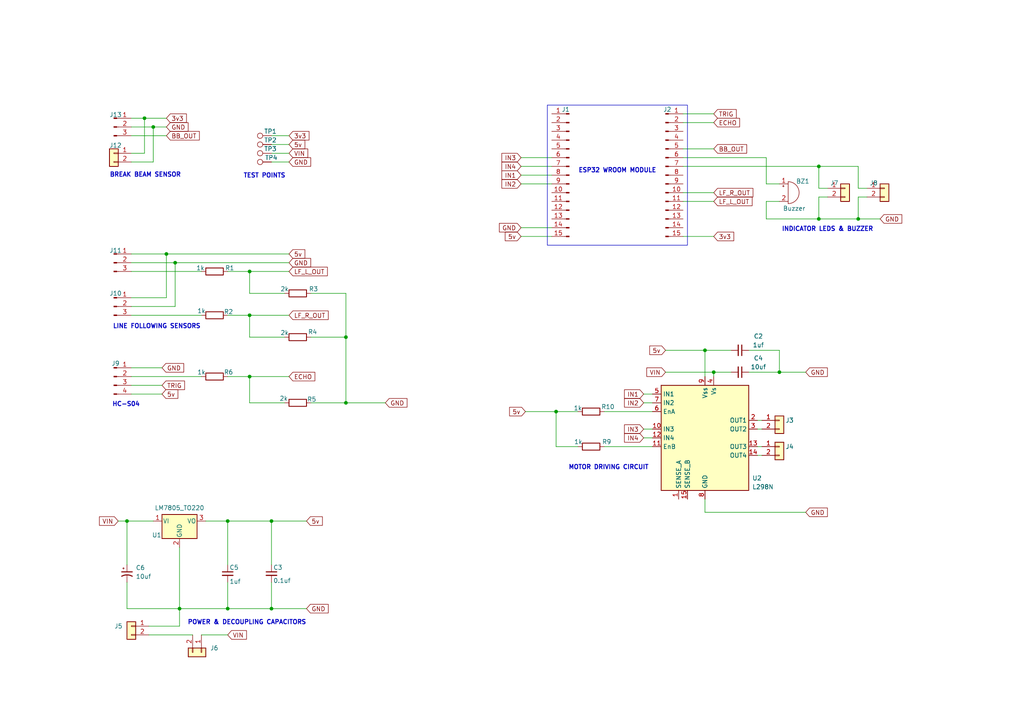
<source format=kicad_sch>
(kicad_sch
	(version 20250114)
	(generator "eeschema")
	(generator_version "9.0")
	(uuid "91670365-dc9f-433d-8af6-7dc49deeed5e")
	(paper "A4")
	(title_block
		(title "WAREHOUSE AGV PCB SCHEMATIC")
	)
	(lib_symbols
		(symbol "Connector:Conn_01x03_Pin"
			(pin_names
				(offset 1.016)
				(hide yes)
			)
			(exclude_from_sim no)
			(in_bom yes)
			(on_board yes)
			(property "Reference" "J"
				(at 0 5.08 0)
				(effects
					(font
						(size 1.27 1.27)
					)
				)
			)
			(property "Value" "Conn_01x03_Pin"
				(at 0 -5.08 0)
				(effects
					(font
						(size 1.27 1.27)
					)
				)
			)
			(property "Footprint" ""
				(at 0 0 0)
				(effects
					(font
						(size 1.27 1.27)
					)
					(hide yes)
				)
			)
			(property "Datasheet" "~"
				(at 0 0 0)
				(effects
					(font
						(size 1.27 1.27)
					)
					(hide yes)
				)
			)
			(property "Description" "Generic connector, single row, 01x03, script generated"
				(at 0 0 0)
				(effects
					(font
						(size 1.27 1.27)
					)
					(hide yes)
				)
			)
			(property "ki_locked" ""
				(at 0 0 0)
				(effects
					(font
						(size 1.27 1.27)
					)
				)
			)
			(property "ki_keywords" "connector"
				(at 0 0 0)
				(effects
					(font
						(size 1.27 1.27)
					)
					(hide yes)
				)
			)
			(property "ki_fp_filters" "Connector*:*_1x??_*"
				(at 0 0 0)
				(effects
					(font
						(size 1.27 1.27)
					)
					(hide yes)
				)
			)
			(symbol "Conn_01x03_Pin_1_1"
				(rectangle
					(start 0.8636 2.667)
					(end 0 2.413)
					(stroke
						(width 0.1524)
						(type default)
					)
					(fill
						(type outline)
					)
				)
				(rectangle
					(start 0.8636 0.127)
					(end 0 -0.127)
					(stroke
						(width 0.1524)
						(type default)
					)
					(fill
						(type outline)
					)
				)
				(rectangle
					(start 0.8636 -2.413)
					(end 0 -2.667)
					(stroke
						(width 0.1524)
						(type default)
					)
					(fill
						(type outline)
					)
				)
				(polyline
					(pts
						(xy 1.27 2.54) (xy 0.8636 2.54)
					)
					(stroke
						(width 0.1524)
						(type default)
					)
					(fill
						(type none)
					)
				)
				(polyline
					(pts
						(xy 1.27 0) (xy 0.8636 0)
					)
					(stroke
						(width 0.1524)
						(type default)
					)
					(fill
						(type none)
					)
				)
				(polyline
					(pts
						(xy 1.27 -2.54) (xy 0.8636 -2.54)
					)
					(stroke
						(width 0.1524)
						(type default)
					)
					(fill
						(type none)
					)
				)
				(pin passive line
					(at 5.08 2.54 180)
					(length 3.81)
					(name "Pin_1"
						(effects
							(font
								(size 1.27 1.27)
							)
						)
					)
					(number "1"
						(effects
							(font
								(size 1.27 1.27)
							)
						)
					)
				)
				(pin passive line
					(at 5.08 0 180)
					(length 3.81)
					(name "Pin_2"
						(effects
							(font
								(size 1.27 1.27)
							)
						)
					)
					(number "2"
						(effects
							(font
								(size 1.27 1.27)
							)
						)
					)
				)
				(pin passive line
					(at 5.08 -2.54 180)
					(length 3.81)
					(name "Pin_3"
						(effects
							(font
								(size 1.27 1.27)
							)
						)
					)
					(number "3"
						(effects
							(font
								(size 1.27 1.27)
							)
						)
					)
				)
			)
			(embedded_fonts no)
		)
		(symbol "Connector:Conn_01x04_Pin"
			(pin_names
				(offset 1.016)
				(hide yes)
			)
			(exclude_from_sim no)
			(in_bom yes)
			(on_board yes)
			(property "Reference" "J"
				(at 0 5.08 0)
				(effects
					(font
						(size 1.27 1.27)
					)
				)
			)
			(property "Value" "Conn_01x04_Pin"
				(at 0 -7.62 0)
				(effects
					(font
						(size 1.27 1.27)
					)
				)
			)
			(property "Footprint" ""
				(at 0 0 0)
				(effects
					(font
						(size 1.27 1.27)
					)
					(hide yes)
				)
			)
			(property "Datasheet" "~"
				(at 0 0 0)
				(effects
					(font
						(size 1.27 1.27)
					)
					(hide yes)
				)
			)
			(property "Description" "Generic connector, single row, 01x04, script generated"
				(at 0 0 0)
				(effects
					(font
						(size 1.27 1.27)
					)
					(hide yes)
				)
			)
			(property "ki_locked" ""
				(at 0 0 0)
				(effects
					(font
						(size 1.27 1.27)
					)
				)
			)
			(property "ki_keywords" "connector"
				(at 0 0 0)
				(effects
					(font
						(size 1.27 1.27)
					)
					(hide yes)
				)
			)
			(property "ki_fp_filters" "Connector*:*_1x??_*"
				(at 0 0 0)
				(effects
					(font
						(size 1.27 1.27)
					)
					(hide yes)
				)
			)
			(symbol "Conn_01x04_Pin_1_1"
				(rectangle
					(start 0.8636 2.667)
					(end 0 2.413)
					(stroke
						(width 0.1524)
						(type default)
					)
					(fill
						(type outline)
					)
				)
				(rectangle
					(start 0.8636 0.127)
					(end 0 -0.127)
					(stroke
						(width 0.1524)
						(type default)
					)
					(fill
						(type outline)
					)
				)
				(rectangle
					(start 0.8636 -2.413)
					(end 0 -2.667)
					(stroke
						(width 0.1524)
						(type default)
					)
					(fill
						(type outline)
					)
				)
				(rectangle
					(start 0.8636 -4.953)
					(end 0 -5.207)
					(stroke
						(width 0.1524)
						(type default)
					)
					(fill
						(type outline)
					)
				)
				(polyline
					(pts
						(xy 1.27 2.54) (xy 0.8636 2.54)
					)
					(stroke
						(width 0.1524)
						(type default)
					)
					(fill
						(type none)
					)
				)
				(polyline
					(pts
						(xy 1.27 0) (xy 0.8636 0)
					)
					(stroke
						(width 0.1524)
						(type default)
					)
					(fill
						(type none)
					)
				)
				(polyline
					(pts
						(xy 1.27 -2.54) (xy 0.8636 -2.54)
					)
					(stroke
						(width 0.1524)
						(type default)
					)
					(fill
						(type none)
					)
				)
				(polyline
					(pts
						(xy 1.27 -5.08) (xy 0.8636 -5.08)
					)
					(stroke
						(width 0.1524)
						(type default)
					)
					(fill
						(type none)
					)
				)
				(pin passive line
					(at 5.08 2.54 180)
					(length 3.81)
					(name "Pin_1"
						(effects
							(font
								(size 1.27 1.27)
							)
						)
					)
					(number "1"
						(effects
							(font
								(size 1.27 1.27)
							)
						)
					)
				)
				(pin passive line
					(at 5.08 0 180)
					(length 3.81)
					(name "Pin_2"
						(effects
							(font
								(size 1.27 1.27)
							)
						)
					)
					(number "2"
						(effects
							(font
								(size 1.27 1.27)
							)
						)
					)
				)
				(pin passive line
					(at 5.08 -2.54 180)
					(length 3.81)
					(name "Pin_3"
						(effects
							(font
								(size 1.27 1.27)
							)
						)
					)
					(number "3"
						(effects
							(font
								(size 1.27 1.27)
							)
						)
					)
				)
				(pin passive line
					(at 5.08 -5.08 180)
					(length 3.81)
					(name "Pin_4"
						(effects
							(font
								(size 1.27 1.27)
							)
						)
					)
					(number "4"
						(effects
							(font
								(size 1.27 1.27)
							)
						)
					)
				)
			)
			(embedded_fonts no)
		)
		(symbol "Connector:Conn_01x15_Pin"
			(pin_names
				(offset 1.016)
				(hide yes)
			)
			(exclude_from_sim no)
			(in_bom yes)
			(on_board yes)
			(property "Reference" "J"
				(at 0 20.32 0)
				(effects
					(font
						(size 1.27 1.27)
					)
				)
			)
			(property "Value" "Conn_01x15_Pin"
				(at 0 -20.32 0)
				(effects
					(font
						(size 1.27 1.27)
					)
				)
			)
			(property "Footprint" ""
				(at 0 0 0)
				(effects
					(font
						(size 1.27 1.27)
					)
					(hide yes)
				)
			)
			(property "Datasheet" "~"
				(at 0 0 0)
				(effects
					(font
						(size 1.27 1.27)
					)
					(hide yes)
				)
			)
			(property "Description" "Generic connector, single row, 01x15, script generated"
				(at 0 0 0)
				(effects
					(font
						(size 1.27 1.27)
					)
					(hide yes)
				)
			)
			(property "ki_locked" ""
				(at 0 0 0)
				(effects
					(font
						(size 1.27 1.27)
					)
				)
			)
			(property "ki_keywords" "connector"
				(at 0 0 0)
				(effects
					(font
						(size 1.27 1.27)
					)
					(hide yes)
				)
			)
			(property "ki_fp_filters" "Connector*:*_1x??_*"
				(at 0 0 0)
				(effects
					(font
						(size 1.27 1.27)
					)
					(hide yes)
				)
			)
			(symbol "Conn_01x15_Pin_1_1"
				(rectangle
					(start 0.8636 17.907)
					(end 0 17.653)
					(stroke
						(width 0.1524)
						(type default)
					)
					(fill
						(type outline)
					)
				)
				(rectangle
					(start 0.8636 15.367)
					(end 0 15.113)
					(stroke
						(width 0.1524)
						(type default)
					)
					(fill
						(type outline)
					)
				)
				(rectangle
					(start 0.8636 12.827)
					(end 0 12.573)
					(stroke
						(width 0.1524)
						(type default)
					)
					(fill
						(type outline)
					)
				)
				(rectangle
					(start 0.8636 10.287)
					(end 0 10.033)
					(stroke
						(width 0.1524)
						(type default)
					)
					(fill
						(type outline)
					)
				)
				(rectangle
					(start 0.8636 7.747)
					(end 0 7.493)
					(stroke
						(width 0.1524)
						(type default)
					)
					(fill
						(type outline)
					)
				)
				(rectangle
					(start 0.8636 5.207)
					(end 0 4.953)
					(stroke
						(width 0.1524)
						(type default)
					)
					(fill
						(type outline)
					)
				)
				(rectangle
					(start 0.8636 2.667)
					(end 0 2.413)
					(stroke
						(width 0.1524)
						(type default)
					)
					(fill
						(type outline)
					)
				)
				(rectangle
					(start 0.8636 0.127)
					(end 0 -0.127)
					(stroke
						(width 0.1524)
						(type default)
					)
					(fill
						(type outline)
					)
				)
				(rectangle
					(start 0.8636 -2.413)
					(end 0 -2.667)
					(stroke
						(width 0.1524)
						(type default)
					)
					(fill
						(type outline)
					)
				)
				(rectangle
					(start 0.8636 -4.953)
					(end 0 -5.207)
					(stroke
						(width 0.1524)
						(type default)
					)
					(fill
						(type outline)
					)
				)
				(rectangle
					(start 0.8636 -7.493)
					(end 0 -7.747)
					(stroke
						(width 0.1524)
						(type default)
					)
					(fill
						(type outline)
					)
				)
				(rectangle
					(start 0.8636 -10.033)
					(end 0 -10.287)
					(stroke
						(width 0.1524)
						(type default)
					)
					(fill
						(type outline)
					)
				)
				(rectangle
					(start 0.8636 -12.573)
					(end 0 -12.827)
					(stroke
						(width 0.1524)
						(type default)
					)
					(fill
						(type outline)
					)
				)
				(rectangle
					(start 0.8636 -15.113)
					(end 0 -15.367)
					(stroke
						(width 0.1524)
						(type default)
					)
					(fill
						(type outline)
					)
				)
				(rectangle
					(start 0.8636 -17.653)
					(end 0 -17.907)
					(stroke
						(width 0.1524)
						(type default)
					)
					(fill
						(type outline)
					)
				)
				(polyline
					(pts
						(xy 1.27 17.78) (xy 0.8636 17.78)
					)
					(stroke
						(width 0.1524)
						(type default)
					)
					(fill
						(type none)
					)
				)
				(polyline
					(pts
						(xy 1.27 15.24) (xy 0.8636 15.24)
					)
					(stroke
						(width 0.1524)
						(type default)
					)
					(fill
						(type none)
					)
				)
				(polyline
					(pts
						(xy 1.27 12.7) (xy 0.8636 12.7)
					)
					(stroke
						(width 0.1524)
						(type default)
					)
					(fill
						(type none)
					)
				)
				(polyline
					(pts
						(xy 1.27 10.16) (xy 0.8636 10.16)
					)
					(stroke
						(width 0.1524)
						(type default)
					)
					(fill
						(type none)
					)
				)
				(polyline
					(pts
						(xy 1.27 7.62) (xy 0.8636 7.62)
					)
					(stroke
						(width 0.1524)
						(type default)
					)
					(fill
						(type none)
					)
				)
				(polyline
					(pts
						(xy 1.27 5.08) (xy 0.8636 5.08)
					)
					(stroke
						(width 0.1524)
						(type default)
					)
					(fill
						(type none)
					)
				)
				(polyline
					(pts
						(xy 1.27 2.54) (xy 0.8636 2.54)
					)
					(stroke
						(width 0.1524)
						(type default)
					)
					(fill
						(type none)
					)
				)
				(polyline
					(pts
						(xy 1.27 0) (xy 0.8636 0)
					)
					(stroke
						(width 0.1524)
						(type default)
					)
					(fill
						(type none)
					)
				)
				(polyline
					(pts
						(xy 1.27 -2.54) (xy 0.8636 -2.54)
					)
					(stroke
						(width 0.1524)
						(type default)
					)
					(fill
						(type none)
					)
				)
				(polyline
					(pts
						(xy 1.27 -5.08) (xy 0.8636 -5.08)
					)
					(stroke
						(width 0.1524)
						(type default)
					)
					(fill
						(type none)
					)
				)
				(polyline
					(pts
						(xy 1.27 -7.62) (xy 0.8636 -7.62)
					)
					(stroke
						(width 0.1524)
						(type default)
					)
					(fill
						(type none)
					)
				)
				(polyline
					(pts
						(xy 1.27 -10.16) (xy 0.8636 -10.16)
					)
					(stroke
						(width 0.1524)
						(type default)
					)
					(fill
						(type none)
					)
				)
				(polyline
					(pts
						(xy 1.27 -12.7) (xy 0.8636 -12.7)
					)
					(stroke
						(width 0.1524)
						(type default)
					)
					(fill
						(type none)
					)
				)
				(polyline
					(pts
						(xy 1.27 -15.24) (xy 0.8636 -15.24)
					)
					(stroke
						(width 0.1524)
						(type default)
					)
					(fill
						(type none)
					)
				)
				(polyline
					(pts
						(xy 1.27 -17.78) (xy 0.8636 -17.78)
					)
					(stroke
						(width 0.1524)
						(type default)
					)
					(fill
						(type none)
					)
				)
				(pin passive line
					(at 5.08 17.78 180)
					(length 3.81)
					(name "Pin_1"
						(effects
							(font
								(size 1.27 1.27)
							)
						)
					)
					(number "1"
						(effects
							(font
								(size 1.27 1.27)
							)
						)
					)
				)
				(pin passive line
					(at 5.08 15.24 180)
					(length 3.81)
					(name "Pin_2"
						(effects
							(font
								(size 1.27 1.27)
							)
						)
					)
					(number "2"
						(effects
							(font
								(size 1.27 1.27)
							)
						)
					)
				)
				(pin passive line
					(at 5.08 12.7 180)
					(length 3.81)
					(name "Pin_3"
						(effects
							(font
								(size 1.27 1.27)
							)
						)
					)
					(number "3"
						(effects
							(font
								(size 1.27 1.27)
							)
						)
					)
				)
				(pin passive line
					(at 5.08 10.16 180)
					(length 3.81)
					(name "Pin_4"
						(effects
							(font
								(size 1.27 1.27)
							)
						)
					)
					(number "4"
						(effects
							(font
								(size 1.27 1.27)
							)
						)
					)
				)
				(pin passive line
					(at 5.08 7.62 180)
					(length 3.81)
					(name "Pin_5"
						(effects
							(font
								(size 1.27 1.27)
							)
						)
					)
					(number "5"
						(effects
							(font
								(size 1.27 1.27)
							)
						)
					)
				)
				(pin passive line
					(at 5.08 5.08 180)
					(length 3.81)
					(name "Pin_6"
						(effects
							(font
								(size 1.27 1.27)
							)
						)
					)
					(number "6"
						(effects
							(font
								(size 1.27 1.27)
							)
						)
					)
				)
				(pin passive line
					(at 5.08 2.54 180)
					(length 3.81)
					(name "Pin_7"
						(effects
							(font
								(size 1.27 1.27)
							)
						)
					)
					(number "7"
						(effects
							(font
								(size 1.27 1.27)
							)
						)
					)
				)
				(pin passive line
					(at 5.08 0 180)
					(length 3.81)
					(name "Pin_8"
						(effects
							(font
								(size 1.27 1.27)
							)
						)
					)
					(number "8"
						(effects
							(font
								(size 1.27 1.27)
							)
						)
					)
				)
				(pin passive line
					(at 5.08 -2.54 180)
					(length 3.81)
					(name "Pin_9"
						(effects
							(font
								(size 1.27 1.27)
							)
						)
					)
					(number "9"
						(effects
							(font
								(size 1.27 1.27)
							)
						)
					)
				)
				(pin passive line
					(at 5.08 -5.08 180)
					(length 3.81)
					(name "Pin_10"
						(effects
							(font
								(size 1.27 1.27)
							)
						)
					)
					(number "10"
						(effects
							(font
								(size 1.27 1.27)
							)
						)
					)
				)
				(pin passive line
					(at 5.08 -7.62 180)
					(length 3.81)
					(name "Pin_11"
						(effects
							(font
								(size 1.27 1.27)
							)
						)
					)
					(number "11"
						(effects
							(font
								(size 1.27 1.27)
							)
						)
					)
				)
				(pin passive line
					(at 5.08 -10.16 180)
					(length 3.81)
					(name "Pin_12"
						(effects
							(font
								(size 1.27 1.27)
							)
						)
					)
					(number "12"
						(effects
							(font
								(size 1.27 1.27)
							)
						)
					)
				)
				(pin passive line
					(at 5.08 -12.7 180)
					(length 3.81)
					(name "Pin_13"
						(effects
							(font
								(size 1.27 1.27)
							)
						)
					)
					(number "13"
						(effects
							(font
								(size 1.27 1.27)
							)
						)
					)
				)
				(pin passive line
					(at 5.08 -15.24 180)
					(length 3.81)
					(name "Pin_14"
						(effects
							(font
								(size 1.27 1.27)
							)
						)
					)
					(number "14"
						(effects
							(font
								(size 1.27 1.27)
							)
						)
					)
				)
				(pin passive line
					(at 5.08 -17.78 180)
					(length 3.81)
					(name "Pin_15"
						(effects
							(font
								(size 1.27 1.27)
							)
						)
					)
					(number "15"
						(effects
							(font
								(size 1.27 1.27)
							)
						)
					)
				)
			)
			(embedded_fonts no)
		)
		(symbol "Connector:TestPoint"
			(pin_numbers
				(hide yes)
			)
			(pin_names
				(offset 0.762)
				(hide yes)
			)
			(exclude_from_sim no)
			(in_bom yes)
			(on_board yes)
			(property "Reference" "TP"
				(at 0 6.858 0)
				(effects
					(font
						(size 1.27 1.27)
					)
				)
			)
			(property "Value" "TestPoint"
				(at 0 5.08 0)
				(effects
					(font
						(size 1.27 1.27)
					)
				)
			)
			(property "Footprint" ""
				(at 5.08 0 0)
				(effects
					(font
						(size 1.27 1.27)
					)
					(hide yes)
				)
			)
			(property "Datasheet" "~"
				(at 5.08 0 0)
				(effects
					(font
						(size 1.27 1.27)
					)
					(hide yes)
				)
			)
			(property "Description" "test point"
				(at 0 0 0)
				(effects
					(font
						(size 1.27 1.27)
					)
					(hide yes)
				)
			)
			(property "ki_keywords" "test point tp"
				(at 0 0 0)
				(effects
					(font
						(size 1.27 1.27)
					)
					(hide yes)
				)
			)
			(property "ki_fp_filters" "Pin* Test*"
				(at 0 0 0)
				(effects
					(font
						(size 1.27 1.27)
					)
					(hide yes)
				)
			)
			(symbol "TestPoint_0_1"
				(circle
					(center 0 3.302)
					(radius 0.762)
					(stroke
						(width 0)
						(type default)
					)
					(fill
						(type none)
					)
				)
			)
			(symbol "TestPoint_1_1"
				(pin passive line
					(at 0 0 90)
					(length 2.54)
					(name "1"
						(effects
							(font
								(size 1.27 1.27)
							)
						)
					)
					(number "1"
						(effects
							(font
								(size 1.27 1.27)
							)
						)
					)
				)
			)
			(embedded_fonts no)
		)
		(symbol "Connector_Generic:Conn_01x02"
			(pin_names
				(offset 1.016)
				(hide yes)
			)
			(exclude_from_sim no)
			(in_bom yes)
			(on_board yes)
			(property "Reference" "J"
				(at 0 2.54 0)
				(effects
					(font
						(size 1.27 1.27)
					)
				)
			)
			(property "Value" "Conn_01x02"
				(at 0 -5.08 0)
				(effects
					(font
						(size 1.27 1.27)
					)
				)
			)
			(property "Footprint" ""
				(at 0 0 0)
				(effects
					(font
						(size 1.27 1.27)
					)
					(hide yes)
				)
			)
			(property "Datasheet" "~"
				(at 0 0 0)
				(effects
					(font
						(size 1.27 1.27)
					)
					(hide yes)
				)
			)
			(property "Description" "Generic connector, single row, 01x02, script generated (kicad-library-utils/schlib/autogen/connector/)"
				(at 0 0 0)
				(effects
					(font
						(size 1.27 1.27)
					)
					(hide yes)
				)
			)
			(property "ki_keywords" "connector"
				(at 0 0 0)
				(effects
					(font
						(size 1.27 1.27)
					)
					(hide yes)
				)
			)
			(property "ki_fp_filters" "Connector*:*_1x??_*"
				(at 0 0 0)
				(effects
					(font
						(size 1.27 1.27)
					)
					(hide yes)
				)
			)
			(symbol "Conn_01x02_1_1"
				(rectangle
					(start -1.27 1.27)
					(end 1.27 -3.81)
					(stroke
						(width 0.254)
						(type default)
					)
					(fill
						(type background)
					)
				)
				(rectangle
					(start -1.27 0.127)
					(end 0 -0.127)
					(stroke
						(width 0.1524)
						(type default)
					)
					(fill
						(type none)
					)
				)
				(rectangle
					(start -1.27 -2.413)
					(end 0 -2.667)
					(stroke
						(width 0.1524)
						(type default)
					)
					(fill
						(type none)
					)
				)
				(pin passive line
					(at -5.08 0 0)
					(length 3.81)
					(name "Pin_1"
						(effects
							(font
								(size 1.27 1.27)
							)
						)
					)
					(number "1"
						(effects
							(font
								(size 1.27 1.27)
							)
						)
					)
				)
				(pin passive line
					(at -5.08 -2.54 0)
					(length 3.81)
					(name "Pin_2"
						(effects
							(font
								(size 1.27 1.27)
							)
						)
					)
					(number "2"
						(effects
							(font
								(size 1.27 1.27)
							)
						)
					)
				)
			)
			(embedded_fonts no)
		)
		(symbol "Device:Buzzer"
			(pin_names
				(offset 0.0254)
				(hide yes)
			)
			(exclude_from_sim no)
			(in_bom yes)
			(on_board yes)
			(property "Reference" "BZ"
				(at 3.81 1.27 0)
				(effects
					(font
						(size 1.27 1.27)
					)
					(justify left)
				)
			)
			(property "Value" "Buzzer"
				(at 3.81 -1.27 0)
				(effects
					(font
						(size 1.27 1.27)
					)
					(justify left)
				)
			)
			(property "Footprint" ""
				(at -0.635 2.54 90)
				(effects
					(font
						(size 1.27 1.27)
					)
					(hide yes)
				)
			)
			(property "Datasheet" "~"
				(at -0.635 2.54 90)
				(effects
					(font
						(size 1.27 1.27)
					)
					(hide yes)
				)
			)
			(property "Description" "Buzzer, polarized"
				(at 0 0 0)
				(effects
					(font
						(size 1.27 1.27)
					)
					(hide yes)
				)
			)
			(property "ki_keywords" "quartz resonator ceramic"
				(at 0 0 0)
				(effects
					(font
						(size 1.27 1.27)
					)
					(hide yes)
				)
			)
			(property "ki_fp_filters" "*Buzzer*"
				(at 0 0 0)
				(effects
					(font
						(size 1.27 1.27)
					)
					(hide yes)
				)
			)
			(symbol "Buzzer_0_1"
				(polyline
					(pts
						(xy -1.651 1.905) (xy -1.143 1.905)
					)
					(stroke
						(width 0)
						(type default)
					)
					(fill
						(type none)
					)
				)
				(polyline
					(pts
						(xy -1.397 2.159) (xy -1.397 1.651)
					)
					(stroke
						(width 0)
						(type default)
					)
					(fill
						(type none)
					)
				)
				(arc
					(start 0 3.175)
					(mid 3.1612 0)
					(end 0 -3.175)
					(stroke
						(width 0)
						(type default)
					)
					(fill
						(type none)
					)
				)
				(polyline
					(pts
						(xy 0 3.175) (xy 0 -3.175)
					)
					(stroke
						(width 0)
						(type default)
					)
					(fill
						(type none)
					)
				)
			)
			(symbol "Buzzer_1_1"
				(pin passive line
					(at -2.54 2.54 0)
					(length 2.54)
					(name "+"
						(effects
							(font
								(size 1.27 1.27)
							)
						)
					)
					(number "1"
						(effects
							(font
								(size 1.27 1.27)
							)
						)
					)
				)
				(pin passive line
					(at -2.54 -2.54 0)
					(length 2.54)
					(name "-"
						(effects
							(font
								(size 1.27 1.27)
							)
						)
					)
					(number "2"
						(effects
							(font
								(size 1.27 1.27)
							)
						)
					)
				)
			)
			(embedded_fonts no)
		)
		(symbol "Device:C_Polarized_Small_US"
			(pin_numbers
				(hide yes)
			)
			(pin_names
				(offset 0.254)
				(hide yes)
			)
			(exclude_from_sim no)
			(in_bom yes)
			(on_board yes)
			(property "Reference" "C"
				(at 0.254 1.778 0)
				(effects
					(font
						(size 1.27 1.27)
					)
					(justify left)
				)
			)
			(property "Value" "C_Polarized_Small_US"
				(at 0.254 -2.032 0)
				(effects
					(font
						(size 1.27 1.27)
					)
					(justify left)
				)
			)
			(property "Footprint" ""
				(at 0 0 0)
				(effects
					(font
						(size 1.27 1.27)
					)
					(hide yes)
				)
			)
			(property "Datasheet" "~"
				(at 0 0 0)
				(effects
					(font
						(size 1.27 1.27)
					)
					(hide yes)
				)
			)
			(property "Description" "Polarized capacitor, small US symbol"
				(at 0 0 0)
				(effects
					(font
						(size 1.27 1.27)
					)
					(hide yes)
				)
			)
			(property "ki_keywords" "cap capacitor"
				(at 0 0 0)
				(effects
					(font
						(size 1.27 1.27)
					)
					(hide yes)
				)
			)
			(property "ki_fp_filters" "CP_*"
				(at 0 0 0)
				(effects
					(font
						(size 1.27 1.27)
					)
					(hide yes)
				)
			)
			(symbol "C_Polarized_Small_US_0_1"
				(polyline
					(pts
						(xy -1.524 0.508) (xy 1.524 0.508)
					)
					(stroke
						(width 0.3048)
						(type default)
					)
					(fill
						(type none)
					)
				)
				(polyline
					(pts
						(xy -1.27 1.524) (xy -0.762 1.524)
					)
					(stroke
						(width 0)
						(type default)
					)
					(fill
						(type none)
					)
				)
				(polyline
					(pts
						(xy -1.016 1.27) (xy -1.016 1.778)
					)
					(stroke
						(width 0)
						(type default)
					)
					(fill
						(type none)
					)
				)
				(arc
					(start -1.524 -0.762)
					(mid 0 -0.3734)
					(end 1.524 -0.762)
					(stroke
						(width 0.3048)
						(type default)
					)
					(fill
						(type none)
					)
				)
			)
			(symbol "C_Polarized_Small_US_1_1"
				(pin passive line
					(at 0 2.54 270)
					(length 2.032)
					(name "~"
						(effects
							(font
								(size 1.27 1.27)
							)
						)
					)
					(number "1"
						(effects
							(font
								(size 1.27 1.27)
							)
						)
					)
				)
				(pin passive line
					(at 0 -2.54 90)
					(length 2.032)
					(name "~"
						(effects
							(font
								(size 1.27 1.27)
							)
						)
					)
					(number "2"
						(effects
							(font
								(size 1.27 1.27)
							)
						)
					)
				)
			)
			(embedded_fonts no)
		)
		(symbol "Device:C_Small"
			(pin_numbers
				(hide yes)
			)
			(pin_names
				(offset 0.254)
				(hide yes)
			)
			(exclude_from_sim no)
			(in_bom yes)
			(on_board yes)
			(property "Reference" "C"
				(at 0.254 1.778 0)
				(effects
					(font
						(size 1.27 1.27)
					)
					(justify left)
				)
			)
			(property "Value" "C_Small"
				(at 0.254 -2.032 0)
				(effects
					(font
						(size 1.27 1.27)
					)
					(justify left)
				)
			)
			(property "Footprint" ""
				(at 0 0 0)
				(effects
					(font
						(size 1.27 1.27)
					)
					(hide yes)
				)
			)
			(property "Datasheet" "~"
				(at 0 0 0)
				(effects
					(font
						(size 1.27 1.27)
					)
					(hide yes)
				)
			)
			(property "Description" "Unpolarized capacitor, small symbol"
				(at 0 0 0)
				(effects
					(font
						(size 1.27 1.27)
					)
					(hide yes)
				)
			)
			(property "ki_keywords" "capacitor cap"
				(at 0 0 0)
				(effects
					(font
						(size 1.27 1.27)
					)
					(hide yes)
				)
			)
			(property "ki_fp_filters" "C_*"
				(at 0 0 0)
				(effects
					(font
						(size 1.27 1.27)
					)
					(hide yes)
				)
			)
			(symbol "C_Small_0_1"
				(polyline
					(pts
						(xy -1.524 0.508) (xy 1.524 0.508)
					)
					(stroke
						(width 0.3048)
						(type default)
					)
					(fill
						(type none)
					)
				)
				(polyline
					(pts
						(xy -1.524 -0.508) (xy 1.524 -0.508)
					)
					(stroke
						(width 0.3302)
						(type default)
					)
					(fill
						(type none)
					)
				)
			)
			(symbol "C_Small_1_1"
				(pin passive line
					(at 0 2.54 270)
					(length 2.032)
					(name "~"
						(effects
							(font
								(size 1.27 1.27)
							)
						)
					)
					(number "1"
						(effects
							(font
								(size 1.27 1.27)
							)
						)
					)
				)
				(pin passive line
					(at 0 -2.54 90)
					(length 2.032)
					(name "~"
						(effects
							(font
								(size 1.27 1.27)
							)
						)
					)
					(number "2"
						(effects
							(font
								(size 1.27 1.27)
							)
						)
					)
				)
			)
			(embedded_fonts no)
		)
		(symbol "Device:R"
			(pin_numbers
				(hide yes)
			)
			(pin_names
				(offset 0)
			)
			(exclude_from_sim no)
			(in_bom yes)
			(on_board yes)
			(property "Reference" "R"
				(at 2.032 0 90)
				(effects
					(font
						(size 1.27 1.27)
					)
				)
			)
			(property "Value" "R"
				(at 0 0 90)
				(effects
					(font
						(size 1.27 1.27)
					)
				)
			)
			(property "Footprint" ""
				(at -1.778 0 90)
				(effects
					(font
						(size 1.27 1.27)
					)
					(hide yes)
				)
			)
			(property "Datasheet" "~"
				(at 0 0 0)
				(effects
					(font
						(size 1.27 1.27)
					)
					(hide yes)
				)
			)
			(property "Description" "Resistor"
				(at 0 0 0)
				(effects
					(font
						(size 1.27 1.27)
					)
					(hide yes)
				)
			)
			(property "ki_keywords" "R res resistor"
				(at 0 0 0)
				(effects
					(font
						(size 1.27 1.27)
					)
					(hide yes)
				)
			)
			(property "ki_fp_filters" "R_*"
				(at 0 0 0)
				(effects
					(font
						(size 1.27 1.27)
					)
					(hide yes)
				)
			)
			(symbol "R_0_1"
				(rectangle
					(start -1.016 -2.54)
					(end 1.016 2.54)
					(stroke
						(width 0.254)
						(type default)
					)
					(fill
						(type none)
					)
				)
			)
			(symbol "R_1_1"
				(pin passive line
					(at 0 3.81 270)
					(length 1.27)
					(name "~"
						(effects
							(font
								(size 1.27 1.27)
							)
						)
					)
					(number "1"
						(effects
							(font
								(size 1.27 1.27)
							)
						)
					)
				)
				(pin passive line
					(at 0 -3.81 90)
					(length 1.27)
					(name "~"
						(effects
							(font
								(size 1.27 1.27)
							)
						)
					)
					(number "2"
						(effects
							(font
								(size 1.27 1.27)
							)
						)
					)
				)
			)
			(embedded_fonts no)
		)
		(symbol "Driver_Motor:L298N"
			(exclude_from_sim no)
			(in_bom yes)
			(on_board yes)
			(property "Reference" "U"
				(at -10.16 16.51 0)
				(effects
					(font
						(size 1.27 1.27)
					)
					(justify right)
				)
			)
			(property "Value" "L298N"
				(at 12.7 16.51 0)
				(effects
					(font
						(size 1.27 1.27)
					)
					(justify right)
				)
			)
			(property "Footprint" "Package_TO_SOT_THT:TO-220-15_P2.54x5.08mm_StaggerOdd_Lead4.58mm_Vertical"
				(at 1.27 -16.51 0)
				(effects
					(font
						(size 1.27 1.27)
					)
					(justify left)
					(hide yes)
				)
			)
			(property "Datasheet" "http://www.st.com/st-web-ui/static/active/en/resource/technical/document/datasheet/CD00000240.pdf"
				(at 3.81 6.35 0)
				(effects
					(font
						(size 1.27 1.27)
					)
					(hide yes)
				)
			)
			(property "Description" "Dual full bridge motor driver, up to 46V, 4A, Multiwatt15-V"
				(at 0 0 0)
				(effects
					(font
						(size 1.27 1.27)
					)
					(hide yes)
				)
			)
			(property "ki_keywords" "H-bridge motor driver"
				(at 0 0 0)
				(effects
					(font
						(size 1.27 1.27)
					)
					(hide yes)
				)
			)
			(property "ki_fp_filters" "TO?220*StaggerOdd*Vertical*"
				(at 0 0 0)
				(effects
					(font
						(size 1.27 1.27)
					)
					(hide yes)
				)
			)
			(symbol "L298N_0_1"
				(rectangle
					(start -12.7 15.24)
					(end 12.7 -15.24)
					(stroke
						(width 0.254)
						(type default)
					)
					(fill
						(type background)
					)
				)
			)
			(symbol "L298N_1_1"
				(pin input line
					(at -15.24 12.7 0)
					(length 2.54)
					(name "IN1"
						(effects
							(font
								(size 1.27 1.27)
							)
						)
					)
					(number "5"
						(effects
							(font
								(size 1.27 1.27)
							)
						)
					)
				)
				(pin input line
					(at -15.24 10.16 0)
					(length 2.54)
					(name "IN2"
						(effects
							(font
								(size 1.27 1.27)
							)
						)
					)
					(number "7"
						(effects
							(font
								(size 1.27 1.27)
							)
						)
					)
				)
				(pin input line
					(at -15.24 7.62 0)
					(length 2.54)
					(name "EnA"
						(effects
							(font
								(size 1.27 1.27)
							)
						)
					)
					(number "6"
						(effects
							(font
								(size 1.27 1.27)
							)
						)
					)
				)
				(pin input line
					(at -15.24 2.54 0)
					(length 2.54)
					(name "IN3"
						(effects
							(font
								(size 1.27 1.27)
							)
						)
					)
					(number "10"
						(effects
							(font
								(size 1.27 1.27)
							)
						)
					)
				)
				(pin input line
					(at -15.24 0 0)
					(length 2.54)
					(name "IN4"
						(effects
							(font
								(size 1.27 1.27)
							)
						)
					)
					(number "12"
						(effects
							(font
								(size 1.27 1.27)
							)
						)
					)
				)
				(pin input line
					(at -15.24 -2.54 0)
					(length 2.54)
					(name "EnB"
						(effects
							(font
								(size 1.27 1.27)
							)
						)
					)
					(number "11"
						(effects
							(font
								(size 1.27 1.27)
							)
						)
					)
				)
				(pin input line
					(at -7.62 -17.78 90)
					(length 2.54)
					(name "SENSE_A"
						(effects
							(font
								(size 1.27 1.27)
							)
						)
					)
					(number "1"
						(effects
							(font
								(size 1.27 1.27)
							)
						)
					)
				)
				(pin input line
					(at -5.08 -17.78 90)
					(length 2.54)
					(name "SENSE_B"
						(effects
							(font
								(size 1.27 1.27)
							)
						)
					)
					(number "15"
						(effects
							(font
								(size 1.27 1.27)
							)
						)
					)
				)
				(pin power_in line
					(at 0 17.78 270)
					(length 2.54)
					(name "Vss"
						(effects
							(font
								(size 1.27 1.27)
							)
						)
					)
					(number "9"
						(effects
							(font
								(size 1.27 1.27)
							)
						)
					)
				)
				(pin power_in line
					(at 0 -17.78 90)
					(length 2.54)
					(name "GND"
						(effects
							(font
								(size 1.27 1.27)
							)
						)
					)
					(number "8"
						(effects
							(font
								(size 1.27 1.27)
							)
						)
					)
				)
				(pin power_in line
					(at 2.54 17.78 270)
					(length 2.54)
					(name "Vs"
						(effects
							(font
								(size 1.27 1.27)
							)
						)
					)
					(number "4"
						(effects
							(font
								(size 1.27 1.27)
							)
						)
					)
				)
				(pin output line
					(at 15.24 5.08 180)
					(length 2.54)
					(name "OUT1"
						(effects
							(font
								(size 1.27 1.27)
							)
						)
					)
					(number "2"
						(effects
							(font
								(size 1.27 1.27)
							)
						)
					)
				)
				(pin output line
					(at 15.24 2.54 180)
					(length 2.54)
					(name "OUT2"
						(effects
							(font
								(size 1.27 1.27)
							)
						)
					)
					(number "3"
						(effects
							(font
								(size 1.27 1.27)
							)
						)
					)
				)
				(pin output line
					(at 15.24 -2.54 180)
					(length 2.54)
					(name "OUT3"
						(effects
							(font
								(size 1.27 1.27)
							)
						)
					)
					(number "13"
						(effects
							(font
								(size 1.27 1.27)
							)
						)
					)
				)
				(pin output line
					(at 15.24 -5.08 180)
					(length 2.54)
					(name "OUT4"
						(effects
							(font
								(size 1.27 1.27)
							)
						)
					)
					(number "14"
						(effects
							(font
								(size 1.27 1.27)
							)
						)
					)
				)
			)
			(embedded_fonts no)
		)
		(symbol "Regulator_Linear:LM7805_TO220"
			(pin_names
				(offset 0.254)
			)
			(exclude_from_sim no)
			(in_bom yes)
			(on_board yes)
			(property "Reference" "U"
				(at -3.81 3.175 0)
				(effects
					(font
						(size 1.27 1.27)
					)
				)
			)
			(property "Value" "LM7805_TO220"
				(at 0 3.175 0)
				(effects
					(font
						(size 1.27 1.27)
					)
					(justify left)
				)
			)
			(property "Footprint" "Package_TO_SOT_THT:TO-220-3_Vertical"
				(at 0 5.715 0)
				(effects
					(font
						(size 1.27 1.27)
						(italic yes)
					)
					(hide yes)
				)
			)
			(property "Datasheet" "https://www.onsemi.cn/PowerSolutions/document/MC7800-D.PDF"
				(at 0 -1.27 0)
				(effects
					(font
						(size 1.27 1.27)
					)
					(hide yes)
				)
			)
			(property "Description" "Positive 1A 35V Linear Regulator, Fixed Output 5V, TO-220"
				(at 0 0 0)
				(effects
					(font
						(size 1.27 1.27)
					)
					(hide yes)
				)
			)
			(property "ki_keywords" "Voltage Regulator 1A Positive"
				(at 0 0 0)
				(effects
					(font
						(size 1.27 1.27)
					)
					(hide yes)
				)
			)
			(property "ki_fp_filters" "TO?220*"
				(at 0 0 0)
				(effects
					(font
						(size 1.27 1.27)
					)
					(hide yes)
				)
			)
			(symbol "LM7805_TO220_0_1"
				(rectangle
					(start -5.08 1.905)
					(end 5.08 -5.08)
					(stroke
						(width 0.254)
						(type default)
					)
					(fill
						(type background)
					)
				)
			)
			(symbol "LM7805_TO220_1_1"
				(pin power_in line
					(at -7.62 0 0)
					(length 2.54)
					(name "VI"
						(effects
							(font
								(size 1.27 1.27)
							)
						)
					)
					(number "1"
						(effects
							(font
								(size 1.27 1.27)
							)
						)
					)
				)
				(pin power_in line
					(at 0 -7.62 90)
					(length 2.54)
					(name "GND"
						(effects
							(font
								(size 1.27 1.27)
							)
						)
					)
					(number "2"
						(effects
							(font
								(size 1.27 1.27)
							)
						)
					)
				)
				(pin power_out line
					(at 7.62 0 180)
					(length 2.54)
					(name "VO"
						(effects
							(font
								(size 1.27 1.27)
							)
						)
					)
					(number "3"
						(effects
							(font
								(size 1.27 1.27)
							)
						)
					)
				)
			)
			(embedded_fonts no)
		)
	)
	(rectangle
		(start 158.75 30.48)
		(end 199.39 71.12)
		(stroke
			(width 0)
			(type default)
		)
		(fill
			(type none)
		)
		(uuid 27b2c381-bd9b-42b7-9c08-d5807c3e1e38)
	)
	(text "LINE FOLLOWING SENSORS"
		(exclude_from_sim no)
		(at 45.466 94.742 0)
		(effects
			(font
				(size 1.27 1.27)
				(thickness 0.254)
				(bold yes)
			)
		)
		(uuid "03ecdf15-34a8-44b9-83e1-a401a99c88bc")
	)
	(text "MOTOR DRIVING CIRCUIT\n"
		(exclude_from_sim no)
		(at 176.53 135.636 0)
		(effects
			(font
				(size 1.27 1.27)
				(thickness 0.254)
				(bold yes)
			)
		)
		(uuid "40b3c772-f9c4-4928-8223-3d751a5239e1")
	)
	(text "TEST POINTS"
		(exclude_from_sim no)
		(at 76.708 51.054 0)
		(effects
			(font
				(size 1.27 1.27)
				(thickness 0.254)
				(bold yes)
			)
		)
		(uuid "73cd03a1-b39d-4992-bd93-e5f1fbf3ab8e")
	)
	(text "HC-S04"
		(exclude_from_sim no)
		(at 36.576 117.348 0)
		(effects
			(font
				(size 1.27 1.27)
				(thickness 0.254)
				(bold yes)
			)
		)
		(uuid "817ef975-b551-4fb1-8b0b-67eb17dd081f")
	)
	(text "POWER & DECOUPLING CAPACITORS"
		(exclude_from_sim no)
		(at 71.628 180.594 0)
		(effects
			(font
				(size 1.27 1.27)
				(thickness 0.254)
				(bold yes)
			)
		)
		(uuid "87fb6e69-395a-49b3-83ad-70bdc76759bd")
	)
	(text "ESP32 WROOM MODULE\n"
		(exclude_from_sim no)
		(at 179.07 49.53 0)
		(effects
			(font
				(size 1.27 1.27)
				(thickness 0.254)
				(bold yes)
			)
		)
		(uuid "9d7044f0-2b26-43b8-886c-47a7ebb19844")
	)
	(text "BREAK BEAM SENSOR"
		(exclude_from_sim no)
		(at 42.164 50.8 0)
		(effects
			(font
				(size 1.27 1.27)
				(thickness 0.254)
				(bold yes)
			)
		)
		(uuid "e292ec4a-1755-47fb-a55b-636ff268e5ea")
	)
	(text "INDICATOR LEDS & BUZZER"
		(exclude_from_sim no)
		(at 240.03 66.548 0)
		(effects
			(font
				(size 1.27 1.27)
				(thickness 0.254)
				(bold yes)
			)
		)
		(uuid "f491d510-72f2-4c96-91e7-d80bfd0d6b5d")
	)
	(junction
		(at 72.39 109.22)
		(diameter 0)
		(color 0 0 0 0)
		(uuid "23758bbc-aeac-461b-99c2-db1e8f4d5187")
	)
	(junction
		(at 100.33 97.79)
		(diameter 0)
		(color 0 0 0 0)
		(uuid "2d2e0f09-e3a8-4741-ba0c-c35cc76e5548")
	)
	(junction
		(at 44.45 36.83)
		(diameter 0)
		(color 0 0 0 0)
		(uuid "2fd04332-bcf5-4420-bac4-4eb1e1c7d23d")
	)
	(junction
		(at 248.92 63.5)
		(diameter 0)
		(color 0 0 0 0)
		(uuid "4b7a73a1-c374-43fa-a5d5-ffefee77f80e")
	)
	(junction
		(at 36.83 151.13)
		(diameter 0)
		(color 0 0 0 0)
		(uuid "5999b79c-6cf7-4731-bd88-697625030b2a")
	)
	(junction
		(at 78.74 151.13)
		(diameter 0)
		(color 0 0 0 0)
		(uuid "6ae44318-392a-44d3-b770-21ffcf8d0b3f")
	)
	(junction
		(at 78.74 176.53)
		(diameter 0)
		(color 0 0 0 0)
		(uuid "71cf75a7-94bd-456f-aeae-c53ec1bd9d2a")
	)
	(junction
		(at 72.39 91.44)
		(diameter 0)
		(color 0 0 0 0)
		(uuid "7be39715-29ac-43f7-bb05-961d10514637")
	)
	(junction
		(at 52.07 176.53)
		(diameter 0)
		(color 0 0 0 0)
		(uuid "83c7ecdd-30b2-463e-8285-492cf76dd874")
	)
	(junction
		(at 237.49 48.26)
		(diameter 0)
		(color 0 0 0 0)
		(uuid "ab8cf52a-21c8-405d-9078-48c2045adc7b")
	)
	(junction
		(at 48.26 73.66)
		(diameter 0)
		(color 0 0 0 0)
		(uuid "abd2cc17-0c69-488c-a205-574f31c35fbb")
	)
	(junction
		(at 41.91 34.29)
		(diameter 0)
		(color 0 0 0 0)
		(uuid "b55eeae6-f9c3-46b9-8c2d-e2f5a28f9e18")
	)
	(junction
		(at 237.49 63.5)
		(diameter 0)
		(color 0 0 0 0)
		(uuid "b72e5c91-1750-4019-bdef-7c28d1fde430")
	)
	(junction
		(at 66.04 176.53)
		(diameter 0)
		(color 0 0 0 0)
		(uuid "c645c513-0c8f-4f23-89c4-5b0a2b573544")
	)
	(junction
		(at 66.04 151.13)
		(diameter 0)
		(color 0 0 0 0)
		(uuid "d45bbdc3-437d-4695-b4d8-b084d470afd1")
	)
	(junction
		(at 226.06 107.95)
		(diameter 0)
		(color 0 0 0 0)
		(uuid "da8ef491-b023-419b-a24f-d26de2c6d511")
	)
	(junction
		(at 161.29 119.38)
		(diameter 0)
		(color 0 0 0 0)
		(uuid "db066a6a-22aa-4111-903a-bcf9370f5b52")
	)
	(junction
		(at 204.47 101.6)
		(diameter 0)
		(color 0 0 0 0)
		(uuid "e21e05f1-9906-4662-8dcc-0b3af4f592c1")
	)
	(junction
		(at 50.8 76.2)
		(diameter 0)
		(color 0 0 0 0)
		(uuid "ed738ab6-5bbb-4343-8f7e-bdde1a1d2c9d")
	)
	(junction
		(at 100.33 116.84)
		(diameter 0)
		(color 0 0 0 0)
		(uuid "f320fa0e-6e73-422f-9966-7d1a24a2a7c2")
	)
	(junction
		(at 207.01 107.95)
		(diameter 0)
		(color 0 0 0 0)
		(uuid "f6d4778c-e55b-4cd3-a408-ef85e3933ddd")
	)
	(junction
		(at 72.39 78.74)
		(diameter 0)
		(color 0 0 0 0)
		(uuid "f894bbb4-6a9c-4d37-a91a-f1513fc0d9f1")
	)
	(wire
		(pts
			(xy 198.12 45.72) (xy 222.25 45.72)
		)
		(stroke
			(width 0)
			(type default)
		)
		(uuid "01fdfb70-33f7-4048-9201-1f0445614ea8")
	)
	(wire
		(pts
			(xy 198.12 35.56) (xy 207.01 35.56)
		)
		(stroke
			(width 0)
			(type default)
		)
		(uuid "02005424-599b-498f-929e-06c58ab72d93")
	)
	(wire
		(pts
			(xy 161.29 129.54) (xy 161.29 119.38)
		)
		(stroke
			(width 0)
			(type default)
		)
		(uuid "02382905-21e2-4121-8044-064179340a69")
	)
	(wire
		(pts
			(xy 72.39 109.22) (xy 83.82 109.22)
		)
		(stroke
			(width 0)
			(type default)
		)
		(uuid "069600ef-52fc-4ff6-a6c2-8e46482f2c13")
	)
	(wire
		(pts
			(xy 90.17 85.09) (xy 100.33 85.09)
		)
		(stroke
			(width 0)
			(type default)
		)
		(uuid "083c9627-0352-42c2-8050-4e8d8bebe875")
	)
	(wire
		(pts
			(xy 72.39 116.84) (xy 72.39 109.22)
		)
		(stroke
			(width 0)
			(type default)
		)
		(uuid "091b7aa0-0bcb-4a39-8020-85d3d65d0b2d")
	)
	(wire
		(pts
			(xy 100.33 116.84) (xy 100.33 97.79)
		)
		(stroke
			(width 0)
			(type default)
		)
		(uuid "0dd767a8-b728-4e0e-acc9-bd0a296c555e")
	)
	(wire
		(pts
			(xy 217.17 107.95) (xy 226.06 107.95)
		)
		(stroke
			(width 0)
			(type default)
		)
		(uuid "0f61eb76-43e9-4074-ba8c-ef32b5465c9b")
	)
	(wire
		(pts
			(xy 78.74 168.91) (xy 78.74 176.53)
		)
		(stroke
			(width 0)
			(type default)
		)
		(uuid "122559ab-8c75-47a5-aa76-e61317e368cf")
	)
	(wire
		(pts
			(xy 207.01 107.95) (xy 212.09 107.95)
		)
		(stroke
			(width 0)
			(type default)
		)
		(uuid "16290ad6-af94-47af-85e4-aca4723a6d8c")
	)
	(wire
		(pts
			(xy 44.45 46.99) (xy 44.45 36.83)
		)
		(stroke
			(width 0)
			(type default)
		)
		(uuid "164bcf82-79b3-4017-9531-661fa520478e")
	)
	(wire
		(pts
			(xy 78.74 176.53) (xy 66.04 176.53)
		)
		(stroke
			(width 0)
			(type default)
		)
		(uuid "1afc6f60-1660-4687-9fd2-eed7b77a6908")
	)
	(wire
		(pts
			(xy 237.49 57.15) (xy 237.49 63.5)
		)
		(stroke
			(width 0)
			(type default)
		)
		(uuid "1c8ebe99-b744-4b5d-a5ed-53aa846699ac")
	)
	(wire
		(pts
			(xy 248.92 48.26) (xy 248.92 54.61)
		)
		(stroke
			(width 0)
			(type default)
		)
		(uuid "20a7bbbd-aff7-4a49-8f40-57f0eec1d300")
	)
	(wire
		(pts
			(xy 160.02 45.72) (xy 151.13 45.72)
		)
		(stroke
			(width 0)
			(type default)
		)
		(uuid "216b8c4c-09b2-44ac-a076-dcd4688bc81f")
	)
	(wire
		(pts
			(xy 78.74 151.13) (xy 88.9 151.13)
		)
		(stroke
			(width 0)
			(type default)
		)
		(uuid "23486606-823d-456f-99f1-5648a6de28c9")
	)
	(wire
		(pts
			(xy 248.92 54.61) (xy 251.46 54.61)
		)
		(stroke
			(width 0)
			(type default)
		)
		(uuid "270c0486-4762-4305-bebe-841bbdc5fd50")
	)
	(wire
		(pts
			(xy 82.55 97.79) (xy 72.39 97.79)
		)
		(stroke
			(width 0)
			(type default)
		)
		(uuid "29074d5c-919b-4ccf-afbb-b7dc06865948")
	)
	(wire
		(pts
			(xy 34.29 151.13) (xy 36.83 151.13)
		)
		(stroke
			(width 0)
			(type default)
		)
		(uuid "2d76a316-b442-497c-b2e3-c52e69bd50cd")
	)
	(wire
		(pts
			(xy 222.25 63.5) (xy 237.49 63.5)
		)
		(stroke
			(width 0)
			(type default)
		)
		(uuid "3e273f4a-16f2-4bc7-9e08-088150b3c24d")
	)
	(wire
		(pts
			(xy 151.13 53.34) (xy 160.02 53.34)
		)
		(stroke
			(width 0)
			(type default)
		)
		(uuid "3f0ef989-cc36-4c37-af92-9673edbc1f92")
	)
	(wire
		(pts
			(xy 219.71 124.46) (xy 220.98 124.46)
		)
		(stroke
			(width 0)
			(type default)
		)
		(uuid "40338364-77ee-4c2a-8cf8-01885cf91b2a")
	)
	(wire
		(pts
			(xy 66.04 168.91) (xy 66.04 176.53)
		)
		(stroke
			(width 0)
			(type default)
		)
		(uuid "42ebdc20-5c44-4681-993c-17b1ed845650")
	)
	(wire
		(pts
			(xy 38.1 86.36) (xy 48.26 86.36)
		)
		(stroke
			(width 0)
			(type default)
		)
		(uuid "44569601-ab83-4dec-b064-5c0b402caaea")
	)
	(wire
		(pts
			(xy 219.71 129.54) (xy 220.98 129.54)
		)
		(stroke
			(width 0)
			(type default)
		)
		(uuid "460ccea6-aacf-45a7-bae5-a2929e9ffd3e")
	)
	(wire
		(pts
			(xy 151.13 68.58) (xy 160.02 68.58)
		)
		(stroke
			(width 0)
			(type default)
		)
		(uuid "46e74131-7b0f-4303-879f-f25b6b6466e5")
	)
	(wire
		(pts
			(xy 52.07 176.53) (xy 36.83 176.53)
		)
		(stroke
			(width 0)
			(type default)
		)
		(uuid "475d21ff-b665-4cd7-b180-e9d9139ff3c6")
	)
	(wire
		(pts
			(xy 41.91 44.45) (xy 41.91 34.29)
		)
		(stroke
			(width 0)
			(type default)
		)
		(uuid "4883689e-b214-4597-9d58-d840d3a198df")
	)
	(wire
		(pts
			(xy 72.39 91.44) (xy 83.82 91.44)
		)
		(stroke
			(width 0)
			(type default)
		)
		(uuid "49401aa9-1e71-4970-94f0-3229f902fe98")
	)
	(wire
		(pts
			(xy 72.39 116.84) (xy 82.55 116.84)
		)
		(stroke
			(width 0)
			(type default)
		)
		(uuid "49e320f9-640a-440f-8e6d-bf87b78a2e48")
	)
	(wire
		(pts
			(xy 43.18 181.61) (xy 52.07 181.61)
		)
		(stroke
			(width 0)
			(type default)
		)
		(uuid "4cb7e985-7a2f-48fa-ba24-99b17bfe7f47")
	)
	(wire
		(pts
			(xy 237.49 63.5) (xy 248.92 63.5)
		)
		(stroke
			(width 0)
			(type default)
		)
		(uuid "4ced5a5c-4f19-4e0d-8d5b-cb331c63b462")
	)
	(wire
		(pts
			(xy 248.92 63.5) (xy 255.27 63.5)
		)
		(stroke
			(width 0)
			(type default)
		)
		(uuid "4da3508d-727c-4078-aa85-b9478926941e")
	)
	(wire
		(pts
			(xy 78.74 41.91) (xy 83.82 41.91)
		)
		(stroke
			(width 0)
			(type default)
		)
		(uuid "50c15b54-afaa-4ea3-a7d0-1f7062c3fcf7")
	)
	(wire
		(pts
			(xy 151.13 48.26) (xy 160.02 48.26)
		)
		(stroke
			(width 0)
			(type default)
		)
		(uuid "51a81123-756e-4b9b-abff-c63c89a94036")
	)
	(wire
		(pts
			(xy 38.1 78.74) (xy 58.42 78.74)
		)
		(stroke
			(width 0)
			(type default)
		)
		(uuid "51ab33c6-3a8f-4c3b-91f3-b498138a6410")
	)
	(wire
		(pts
			(xy 38.1 44.45) (xy 41.91 44.45)
		)
		(stroke
			(width 0)
			(type default)
		)
		(uuid "59a7c970-a3db-47a7-8b43-fb65b931a9d3")
	)
	(wire
		(pts
			(xy 78.74 176.53) (xy 88.9 176.53)
		)
		(stroke
			(width 0)
			(type default)
		)
		(uuid "5e9b806b-71cc-4758-b2af-4b5779388887")
	)
	(wire
		(pts
			(xy 233.68 107.95) (xy 226.06 107.95)
		)
		(stroke
			(width 0)
			(type default)
		)
		(uuid "5fc6eb5d-247a-4f50-84b7-5f8dbdd44a32")
	)
	(wire
		(pts
			(xy 198.12 58.42) (xy 207.01 58.42)
		)
		(stroke
			(width 0)
			(type default)
		)
		(uuid "60b47710-79b0-4f9e-84d6-8520bf615095")
	)
	(wire
		(pts
			(xy 38.1 88.9) (xy 50.8 88.9)
		)
		(stroke
			(width 0)
			(type default)
		)
		(uuid "629de316-b368-4d25-b37e-2c49a1d8d455")
	)
	(wire
		(pts
			(xy 111.76 116.84) (xy 100.33 116.84)
		)
		(stroke
			(width 0)
			(type default)
		)
		(uuid "6408285e-0180-4d6b-9f25-cc3009947585")
	)
	(wire
		(pts
			(xy 52.07 158.75) (xy 52.07 176.53)
		)
		(stroke
			(width 0)
			(type default)
		)
		(uuid "66d573e7-25a2-48e8-bfca-51d4943d29f1")
	)
	(wire
		(pts
			(xy 151.13 66.04) (xy 160.02 66.04)
		)
		(stroke
			(width 0)
			(type default)
		)
		(uuid "6a617dcf-6194-4456-bf97-05b726251677")
	)
	(wire
		(pts
			(xy 48.26 73.66) (xy 83.82 73.66)
		)
		(stroke
			(width 0)
			(type default)
		)
		(uuid "6c1ac70c-7d39-4632-a4a0-932182a219eb")
	)
	(wire
		(pts
			(xy 198.12 33.02) (xy 207.01 33.02)
		)
		(stroke
			(width 0)
			(type default)
		)
		(uuid "6e19e3da-3b17-44f1-947c-d99c59b8638d")
	)
	(wire
		(pts
			(xy 66.04 109.22) (xy 72.39 109.22)
		)
		(stroke
			(width 0)
			(type default)
		)
		(uuid "6e9b4199-475c-4118-a32c-6417d527c410")
	)
	(wire
		(pts
			(xy 222.25 58.42) (xy 226.06 58.42)
		)
		(stroke
			(width 0)
			(type default)
		)
		(uuid "6fe78f5d-3046-4c1a-807a-f29d5e83cccc")
	)
	(wire
		(pts
			(xy 100.33 85.09) (xy 100.33 97.79)
		)
		(stroke
			(width 0)
			(type default)
		)
		(uuid "7114105d-0bc7-4806-8cae-c4c791be687b")
	)
	(wire
		(pts
			(xy 161.29 119.38) (xy 167.64 119.38)
		)
		(stroke
			(width 0)
			(type default)
		)
		(uuid "7117c712-e1cd-437e-9449-883b8fe71ba2")
	)
	(wire
		(pts
			(xy 217.17 101.6) (xy 226.06 101.6)
		)
		(stroke
			(width 0)
			(type default)
		)
		(uuid "753f66bc-3500-464e-9956-6d05ce40a982")
	)
	(wire
		(pts
			(xy 186.69 127) (xy 189.23 127)
		)
		(stroke
			(width 0)
			(type default)
		)
		(uuid "7540ad33-2ce2-4f35-b896-cd380c8cba2a")
	)
	(wire
		(pts
			(xy 83.82 76.2) (xy 50.8 76.2)
		)
		(stroke
			(width 0)
			(type default)
		)
		(uuid "76201d6e-f501-453a-ad2c-3d5904593d36")
	)
	(wire
		(pts
			(xy 237.49 54.61) (xy 237.49 48.26)
		)
		(stroke
			(width 0)
			(type default)
		)
		(uuid "76ee3a6f-ad35-4cad-b226-33b57c794380")
	)
	(wire
		(pts
			(xy 43.18 184.15) (xy 55.88 184.15)
		)
		(stroke
			(width 0)
			(type default)
		)
		(uuid "796330d1-162a-47f7-b56b-b0206730f356")
	)
	(wire
		(pts
			(xy 151.13 50.8) (xy 160.02 50.8)
		)
		(stroke
			(width 0)
			(type default)
		)
		(uuid "7ffd7b9c-d611-4176-b711-5325338c318c")
	)
	(wire
		(pts
			(xy 38.1 36.83) (xy 44.45 36.83)
		)
		(stroke
			(width 0)
			(type default)
		)
		(uuid "80b5939e-1a89-4430-97cb-f3a6094148f0")
	)
	(wire
		(pts
			(xy 78.74 46.99) (xy 83.82 46.99)
		)
		(stroke
			(width 0)
			(type default)
		)
		(uuid "892c4b45-6845-4859-9fd4-d766b933f7bd")
	)
	(wire
		(pts
			(xy 78.74 39.37) (xy 83.82 39.37)
		)
		(stroke
			(width 0)
			(type default)
		)
		(uuid "8b575e9c-7042-4949-8293-fc20030612d7")
	)
	(wire
		(pts
			(xy 251.46 57.15) (xy 248.92 57.15)
		)
		(stroke
			(width 0)
			(type default)
		)
		(uuid "8d3cbf4e-b727-4e8b-8d04-90a7451b8ec6")
	)
	(wire
		(pts
			(xy 48.26 73.66) (xy 38.1 73.66)
		)
		(stroke
			(width 0)
			(type default)
		)
		(uuid "8d88fb23-cceb-4298-8679-1dcb968cb414")
	)
	(wire
		(pts
			(xy 50.8 76.2) (xy 50.8 88.9)
		)
		(stroke
			(width 0)
			(type default)
		)
		(uuid "8d953e14-82df-40f9-ab34-733188abb81a")
	)
	(wire
		(pts
			(xy 38.1 91.44) (xy 58.42 91.44)
		)
		(stroke
			(width 0)
			(type default)
		)
		(uuid "8db4ffc1-9829-4de3-b71e-ec528593bf13")
	)
	(wire
		(pts
			(xy 38.1 39.37) (xy 48.26 39.37)
		)
		(stroke
			(width 0)
			(type default)
		)
		(uuid "9227205d-9494-4019-b156-3592c67d764c")
	)
	(wire
		(pts
			(xy 78.74 44.45) (xy 83.82 44.45)
		)
		(stroke
			(width 0)
			(type default)
		)
		(uuid "93c4d928-e450-4ae0-8132-68ed07890121")
	)
	(wire
		(pts
			(xy 193.04 107.95) (xy 207.01 107.95)
		)
		(stroke
			(width 0)
			(type default)
		)
		(uuid "945f05a5-67c9-447b-96d6-b482d4beeb9d")
	)
	(wire
		(pts
			(xy 193.04 101.6) (xy 204.47 101.6)
		)
		(stroke
			(width 0)
			(type default)
		)
		(uuid "977783ba-0b85-4cdc-bb84-1f8c47b9ab8a")
	)
	(wire
		(pts
			(xy 72.39 78.74) (xy 83.82 78.74)
		)
		(stroke
			(width 0)
			(type default)
		)
		(uuid "9953fd09-3cbd-4a0c-9609-0be7a2f3c59a")
	)
	(wire
		(pts
			(xy 38.1 46.99) (xy 44.45 46.99)
		)
		(stroke
			(width 0)
			(type default)
		)
		(uuid "99b43a94-568a-44df-952b-2eb6c698cbc5")
	)
	(wire
		(pts
			(xy 219.71 132.08) (xy 220.98 132.08)
		)
		(stroke
			(width 0)
			(type default)
		)
		(uuid "99f45df1-82b9-4a04-896e-a42a19cfed43")
	)
	(wire
		(pts
			(xy 66.04 91.44) (xy 72.39 91.44)
		)
		(stroke
			(width 0)
			(type default)
		)
		(uuid "9d81c056-f045-4dc4-b7e1-41e431a52163")
	)
	(wire
		(pts
			(xy 175.26 119.38) (xy 189.23 119.38)
		)
		(stroke
			(width 0)
			(type default)
		)
		(uuid "9e51fffe-1665-49fe-8715-cb86088cf310")
	)
	(wire
		(pts
			(xy 44.45 151.13) (xy 36.83 151.13)
		)
		(stroke
			(width 0)
			(type default)
		)
		(uuid "9e544a58-a257-4a2f-9c28-5fe1a43fbe90")
	)
	(wire
		(pts
			(xy 186.69 116.84) (xy 189.23 116.84)
		)
		(stroke
			(width 0)
			(type default)
		)
		(uuid "a12d8e40-9439-46c3-bd31-b21a3c671832")
	)
	(wire
		(pts
			(xy 198.12 55.88) (xy 207.01 55.88)
		)
		(stroke
			(width 0)
			(type default)
		)
		(uuid "a45c17da-a4ee-42dc-8110-34fc9925d389")
	)
	(wire
		(pts
			(xy 66.04 78.74) (xy 72.39 78.74)
		)
		(stroke
			(width 0)
			(type default)
		)
		(uuid "a707181e-9577-4e08-b1cd-2c18630f0e79")
	)
	(wire
		(pts
			(xy 204.47 148.59) (xy 204.47 144.78)
		)
		(stroke
			(width 0)
			(type default)
		)
		(uuid "a7b21a94-955e-480b-9a47-3bfda9c592cb")
	)
	(wire
		(pts
			(xy 58.42 109.22) (xy 38.1 109.22)
		)
		(stroke
			(width 0)
			(type default)
		)
		(uuid "ac8cff57-8fdf-4876-be22-7cefeb936732")
	)
	(wire
		(pts
			(xy 66.04 151.13) (xy 66.04 163.83)
		)
		(stroke
			(width 0)
			(type default)
		)
		(uuid "b13f5319-a622-4894-a692-4be1ce90a8cc")
	)
	(wire
		(pts
			(xy 44.45 36.83) (xy 48.26 36.83)
		)
		(stroke
			(width 0)
			(type default)
		)
		(uuid "b3ef4cb4-d8cb-4cd1-977c-a843ef5452b4")
	)
	(wire
		(pts
			(xy 58.42 184.15) (xy 66.04 184.15)
		)
		(stroke
			(width 0)
			(type default)
		)
		(uuid "b5d6156b-d6c1-4ed6-9be8-cd23986ba349")
	)
	(wire
		(pts
			(xy 90.17 97.79) (xy 100.33 97.79)
		)
		(stroke
			(width 0)
			(type default)
		)
		(uuid "b61516a6-b407-4a78-ad59-7908348b8f25")
	)
	(wire
		(pts
			(xy 167.64 129.54) (xy 161.29 129.54)
		)
		(stroke
			(width 0)
			(type default)
		)
		(uuid "b7d8c248-95c7-47bf-b0cc-871b2f7ade7d")
	)
	(wire
		(pts
			(xy 38.1 34.29) (xy 41.91 34.29)
		)
		(stroke
			(width 0)
			(type default)
		)
		(uuid "ba3ab89d-d912-4808-acd0-1dcbd2f55cb8")
	)
	(wire
		(pts
			(xy 59.69 151.13) (xy 66.04 151.13)
		)
		(stroke
			(width 0)
			(type default)
		)
		(uuid "bbbe3997-4e58-4368-b1c7-f67c164d96a6")
	)
	(wire
		(pts
			(xy 198.12 48.26) (xy 237.49 48.26)
		)
		(stroke
			(width 0)
			(type default)
		)
		(uuid "bc081584-373c-4ad9-afc7-944ca1bd2ddc")
	)
	(wire
		(pts
			(xy 219.71 121.92) (xy 220.98 121.92)
		)
		(stroke
			(width 0)
			(type default)
		)
		(uuid "bc265aa2-b6bb-4da6-88f2-3f8ef639d26f")
	)
	(wire
		(pts
			(xy 72.39 91.44) (xy 72.39 97.79)
		)
		(stroke
			(width 0)
			(type default)
		)
		(uuid "bd11b800-6a52-4b52-8fdf-528ea6270588")
	)
	(wire
		(pts
			(xy 46.99 111.76) (xy 38.1 111.76)
		)
		(stroke
			(width 0)
			(type default)
		)
		(uuid "c58caf07-5bc2-4781-baee-7c8759f0ed04")
	)
	(wire
		(pts
			(xy 240.03 54.61) (xy 237.49 54.61)
		)
		(stroke
			(width 0)
			(type default)
		)
		(uuid "c6012c88-4083-49b3-b330-e320eaf884cd")
	)
	(wire
		(pts
			(xy 186.69 114.3) (xy 189.23 114.3)
		)
		(stroke
			(width 0)
			(type default)
		)
		(uuid "cce1dc5c-b752-4cff-8b28-78c583a93414")
	)
	(wire
		(pts
			(xy 198.12 43.18) (xy 207.01 43.18)
		)
		(stroke
			(width 0)
			(type default)
		)
		(uuid "cd55be23-15af-4b44-ba8f-cbd36fd62c9a")
	)
	(wire
		(pts
			(xy 66.04 176.53) (xy 52.07 176.53)
		)
		(stroke
			(width 0)
			(type default)
		)
		(uuid "ce5bf43d-1803-45c6-95fc-934ec72920c2")
	)
	(wire
		(pts
			(xy 152.4 119.38) (xy 161.29 119.38)
		)
		(stroke
			(width 0)
			(type default)
		)
		(uuid "cff3b20a-899a-4ba0-a8b2-898fd3d7ef6b")
	)
	(wire
		(pts
			(xy 175.26 129.54) (xy 189.23 129.54)
		)
		(stroke
			(width 0)
			(type default)
		)
		(uuid "d0f9bb15-3ecb-4bf2-8f22-2c061e5ec667")
	)
	(wire
		(pts
			(xy 240.03 57.15) (xy 237.49 57.15)
		)
		(stroke
			(width 0)
			(type default)
		)
		(uuid "d1888dfa-b8ff-44a5-8d62-18d35187e7a8")
	)
	(wire
		(pts
			(xy 36.83 151.13) (xy 36.83 163.83)
		)
		(stroke
			(width 0)
			(type default)
		)
		(uuid "d8f754ea-de1c-4bfe-b73c-c3ed0ad52384")
	)
	(wire
		(pts
			(xy 46.99 106.68) (xy 38.1 106.68)
		)
		(stroke
			(width 0)
			(type default)
		)
		(uuid "da43bfa0-e2db-4ea0-b016-c2b861840a4b")
	)
	(wire
		(pts
			(xy 38.1 76.2) (xy 50.8 76.2)
		)
		(stroke
			(width 0)
			(type default)
		)
		(uuid "dbe9c78f-efa7-4e16-91ba-f91781e22dd7")
	)
	(wire
		(pts
			(xy 41.91 34.29) (xy 48.26 34.29)
		)
		(stroke
			(width 0)
			(type default)
		)
		(uuid "dd0454dd-b869-4437-b6a3-4313428e133f")
	)
	(wire
		(pts
			(xy 222.25 63.5) (xy 222.25 58.42)
		)
		(stroke
			(width 0)
			(type default)
		)
		(uuid "df17b00d-d5c1-409d-9300-7fa856a0942c")
	)
	(wire
		(pts
			(xy 186.69 124.46) (xy 189.23 124.46)
		)
		(stroke
			(width 0)
			(type default)
		)
		(uuid "e1fb143c-88eb-42f6-a9af-0e05a0d751c4")
	)
	(wire
		(pts
			(xy 237.49 48.26) (xy 248.92 48.26)
		)
		(stroke
			(width 0)
			(type default)
		)
		(uuid "e2cd16a1-4fd8-4a75-83df-0246b570186a")
	)
	(wire
		(pts
			(xy 78.74 151.13) (xy 66.04 151.13)
		)
		(stroke
			(width 0)
			(type default)
		)
		(uuid "e5ef96a6-e520-48a9-a606-91eaa5b1af72")
	)
	(wire
		(pts
			(xy 82.55 85.09) (xy 72.39 85.09)
		)
		(stroke
			(width 0)
			(type default)
		)
		(uuid "e62d6a0b-53b7-4f7c-8698-37f0fad53c20")
	)
	(wire
		(pts
			(xy 222.25 53.34) (xy 226.06 53.34)
		)
		(stroke
			(width 0)
			(type default)
		)
		(uuid "e6abc42f-1308-4117-b6b8-6863e3c9c118")
	)
	(wire
		(pts
			(xy 46.99 114.3) (xy 38.1 114.3)
		)
		(stroke
			(width 0)
			(type default)
		)
		(uuid "ee443f44-15f3-4b60-bcbc-7216f324c1f3")
	)
	(wire
		(pts
			(xy 233.68 148.59) (xy 204.47 148.59)
		)
		(stroke
			(width 0)
			(type default)
		)
		(uuid "f1e641a0-7488-45f4-bd34-101d7bdd578d")
	)
	(wire
		(pts
			(xy 204.47 101.6) (xy 212.09 101.6)
		)
		(stroke
			(width 0)
			(type default)
		)
		(uuid "f2fff5f8-8265-4641-b710-fc93e7ced5aa")
	)
	(wire
		(pts
			(xy 90.17 116.84) (xy 100.33 116.84)
		)
		(stroke
			(width 0)
			(type default)
		)
		(uuid "f617a0dc-b3b0-461b-ab1c-877baca07990")
	)
	(wire
		(pts
			(xy 222.25 45.72) (xy 222.25 53.34)
		)
		(stroke
			(width 0)
			(type default)
		)
		(uuid "f742acbf-eea9-4849-8848-b383db39f7d2")
	)
	(wire
		(pts
			(xy 48.26 86.36) (xy 48.26 73.66)
		)
		(stroke
			(width 0)
			(type default)
		)
		(uuid "f76dede9-f198-45ba-bab4-418aa36130c2")
	)
	(wire
		(pts
			(xy 207.01 107.95) (xy 207.01 109.22)
		)
		(stroke
			(width 0)
			(type default)
		)
		(uuid "f8948a10-862d-49c1-bf53-841e4519899a")
	)
	(wire
		(pts
			(xy 204.47 101.6) (xy 204.47 109.22)
		)
		(stroke
			(width 0)
			(type default)
		)
		(uuid "f93502fa-1840-4a1e-be06-02bea28aedb6")
	)
	(wire
		(pts
			(xy 78.74 163.83) (xy 78.74 151.13)
		)
		(stroke
			(width 0)
			(type default)
		)
		(uuid "f9a5fe3a-3c85-496f-970c-4b0145ecc763")
	)
	(wire
		(pts
			(xy 198.12 68.58) (xy 207.01 68.58)
		)
		(stroke
			(width 0)
			(type default)
		)
		(uuid "fbb76122-abb6-41d6-87a2-a4fa910ec30f")
	)
	(wire
		(pts
			(xy 226.06 101.6) (xy 226.06 107.95)
		)
		(stroke
			(width 0)
			(type default)
		)
		(uuid "fdb62983-3907-4977-a733-0aa2a07d2dfa")
	)
	(wire
		(pts
			(xy 36.83 176.53) (xy 36.83 168.91)
		)
		(stroke
			(width 0)
			(type default)
		)
		(uuid "fe6e96e7-8cb8-4ad6-9d3b-22e72ec8fc6e")
	)
	(wire
		(pts
			(xy 52.07 181.61) (xy 52.07 176.53)
		)
		(stroke
			(width 0)
			(type default)
		)
		(uuid "fef5444a-35db-454d-939f-2a8178f93243")
	)
	(wire
		(pts
			(xy 72.39 85.09) (xy 72.39 78.74)
		)
		(stroke
			(width 0)
			(type default)
		)
		(uuid "ff051e19-ec9f-4d95-adbf-e272de5503c1")
	)
	(wire
		(pts
			(xy 248.92 57.15) (xy 248.92 63.5)
		)
		(stroke
			(width 0)
			(type default)
		)
		(uuid "ff2edf7d-6ef0-46cf-af24-11d4eefd3a6e")
	)
	(global_label "IN3"
		(shape input)
		(at 186.69 124.46 180)
		(fields_autoplaced yes)
		(effects
			(font
				(size 1.27 1.27)
			)
			(justify right)
		)
		(uuid "0924314f-5784-4c1a-aff2-7f6732b35678")
		(property "Intersheetrefs" "${INTERSHEET_REFS}"
			(at 180.56 124.46 0)
			(effects
				(font
					(size 1.27 1.27)
				)
				(justify right)
				(hide yes)
			)
		)
	)
	(global_label "ECHO"
		(shape input)
		(at 207.01 35.56 0)
		(fields_autoplaced yes)
		(effects
			(font
				(size 1.27 1.27)
			)
			(justify left)
		)
		(uuid "1bb2b6eb-90fd-4dff-be56-0566999e3dae")
		(property "Intersheetrefs" "${INTERSHEET_REFS}"
			(at 215.0752 35.56 0)
			(effects
				(font
					(size 1.27 1.27)
				)
				(justify left)
				(hide yes)
			)
		)
	)
	(global_label "VIN"
		(shape input)
		(at 66.04 184.15 0)
		(fields_autoplaced yes)
		(effects
			(font
				(size 1.27 1.27)
			)
			(justify left)
		)
		(uuid "1d57c2a2-2a12-4c0f-9679-8c323ebb43a3")
		(property "Intersheetrefs" "${INTERSHEET_REFS}"
			(at 72.0491 184.15 0)
			(effects
				(font
					(size 1.27 1.27)
				)
				(justify left)
				(hide yes)
			)
		)
	)
	(global_label "GND"
		(shape input)
		(at 48.26 36.83 0)
		(fields_autoplaced yes)
		(effects
			(font
				(size 1.27 1.27)
			)
			(justify left)
		)
		(uuid "295472a5-7eb9-464a-9218-9fac748c7282")
		(property "Intersheetrefs" "${INTERSHEET_REFS}"
			(at 55.1157 36.83 0)
			(effects
				(font
					(size 1.27 1.27)
				)
				(justify left)
				(hide yes)
			)
		)
	)
	(global_label "GND"
		(shape input)
		(at 255.27 63.5 0)
		(fields_autoplaced yes)
		(effects
			(font
				(size 1.27 1.27)
			)
			(justify left)
		)
		(uuid "33d1e4ae-8a6b-4d05-b47b-dac8a6306f1e")
		(property "Intersheetrefs" "${INTERSHEET_REFS}"
			(at 262.1257 63.5 0)
			(effects
				(font
					(size 1.27 1.27)
				)
				(justify left)
				(hide yes)
			)
		)
	)
	(global_label "BB_OUT"
		(shape input)
		(at 207.01 43.18 0)
		(fields_autoplaced yes)
		(effects
			(font
				(size 1.27 1.27)
			)
			(justify left)
		)
		(uuid "35127794-fbfc-4c80-9ec0-842b25a4c1f7")
		(property "Intersheetrefs" "${INTERSHEET_REFS}"
			(at 217.1314 43.18 0)
			(effects
				(font
					(size 1.27 1.27)
				)
				(justify left)
				(hide yes)
			)
		)
	)
	(global_label "GND"
		(shape input)
		(at 151.13 66.04 180)
		(fields_autoplaced yes)
		(effects
			(font
				(size 1.27 1.27)
			)
			(justify right)
		)
		(uuid "3997142b-d354-4d28-9529-990b62ce5368")
		(property "Intersheetrefs" "${INTERSHEET_REFS}"
			(at 144.2743 66.04 0)
			(effects
				(font
					(size 1.27 1.27)
				)
				(justify right)
				(hide yes)
			)
		)
	)
	(global_label "IN1"
		(shape input)
		(at 151.13 50.8 180)
		(fields_autoplaced yes)
		(effects
			(font
				(size 1.27 1.27)
			)
			(justify right)
		)
		(uuid "3ad41d2d-530b-4592-83f7-8031ad6b63b4")
		(property "Intersheetrefs" "${INTERSHEET_REFS}"
			(at 145 50.8 0)
			(effects
				(font
					(size 1.27 1.27)
				)
				(justify right)
				(hide yes)
			)
		)
	)
	(global_label "5v"
		(shape input)
		(at 88.9 151.13 0)
		(fields_autoplaced yes)
		(effects
			(font
				(size 1.27 1.27)
			)
			(justify left)
		)
		(uuid "3c93def7-156c-4378-9121-05137a6aa74d")
		(property "Intersheetrefs" "${INTERSHEET_REFS}"
			(at 94.0623 151.13 0)
			(effects
				(font
					(size 1.27 1.27)
				)
				(justify left)
				(hide yes)
			)
		)
	)
	(global_label "GND"
		(shape input)
		(at 88.9 176.53 0)
		(fields_autoplaced yes)
		(effects
			(font
				(size 1.27 1.27)
			)
			(justify left)
		)
		(uuid "4a7e70c5-ef5f-426a-a727-303ca8ebc66a")
		(property "Intersheetrefs" "${INTERSHEET_REFS}"
			(at 95.7557 176.53 0)
			(effects
				(font
					(size 1.27 1.27)
				)
				(justify left)
				(hide yes)
			)
		)
	)
	(global_label "3v3"
		(shape input)
		(at 48.26 34.29 0)
		(fields_autoplaced yes)
		(effects
			(font
				(size 1.27 1.27)
			)
			(justify left)
		)
		(uuid "4b0839fe-92a3-4e98-9af9-38506c08d75e")
		(property "Intersheetrefs" "${INTERSHEET_REFS}"
			(at 54.6318 34.29 0)
			(effects
				(font
					(size 1.27 1.27)
				)
				(justify left)
				(hide yes)
			)
		)
	)
	(global_label "GND"
		(shape input)
		(at 233.68 107.95 0)
		(fields_autoplaced yes)
		(effects
			(font
				(size 1.27 1.27)
			)
			(justify left)
		)
		(uuid "4e7efb7f-16b1-46a7-b23b-978093793b99")
		(property "Intersheetrefs" "${INTERSHEET_REFS}"
			(at 240.5357 107.95 0)
			(effects
				(font
					(size 1.27 1.27)
				)
				(justify left)
				(hide yes)
			)
		)
	)
	(global_label "GND"
		(shape input)
		(at 111.76 116.84 0)
		(fields_autoplaced yes)
		(effects
			(font
				(size 1.27 1.27)
			)
			(justify left)
		)
		(uuid "4f55ecf4-a38d-4126-a5c4-733091d4979f")
		(property "Intersheetrefs" "${INTERSHEET_REFS}"
			(at 118.6157 116.84 0)
			(effects
				(font
					(size 1.27 1.27)
				)
				(justify left)
				(hide yes)
			)
		)
	)
	(global_label "TRIG"
		(shape input)
		(at 207.01 33.02 0)
		(fields_autoplaced yes)
		(effects
			(font
				(size 1.27 1.27)
			)
			(justify left)
		)
		(uuid "502d91a1-94f5-41f7-ab69-a81e4e91381c")
		(property "Intersheetrefs" "${INTERSHEET_REFS}"
			(at 214.1076 33.02 0)
			(effects
				(font
					(size 1.27 1.27)
				)
				(justify left)
				(hide yes)
			)
		)
	)
	(global_label "3v3"
		(shape input)
		(at 83.82 39.37 0)
		(fields_autoplaced yes)
		(effects
			(font
				(size 1.27 1.27)
			)
			(justify left)
		)
		(uuid "55ae259e-6ebd-4f01-9453-59d5ca0d39be")
		(property "Intersheetrefs" "${INTERSHEET_REFS}"
			(at 90.1918 39.37 0)
			(effects
				(font
					(size 1.27 1.27)
				)
				(justify left)
				(hide yes)
			)
		)
	)
	(global_label "5v"
		(shape input)
		(at 83.82 73.66 0)
		(fields_autoplaced yes)
		(effects
			(font
				(size 1.27 1.27)
			)
			(justify left)
		)
		(uuid "57434e86-e1e3-4b93-9830-2ca13e751121")
		(property "Intersheetrefs" "${INTERSHEET_REFS}"
			(at 88.9823 73.66 0)
			(effects
				(font
					(size 1.27 1.27)
				)
				(justify left)
				(hide yes)
			)
		)
	)
	(global_label "VIN"
		(shape input)
		(at 34.29 151.13 180)
		(fields_autoplaced yes)
		(effects
			(font
				(size 1.27 1.27)
			)
			(justify right)
		)
		(uuid "586edf40-ee50-486d-9a63-f9b72feb2b0b")
		(property "Intersheetrefs" "${INTERSHEET_REFS}"
			(at 28.2809 151.13 0)
			(effects
				(font
					(size 1.27 1.27)
				)
				(justify right)
				(hide yes)
			)
		)
	)
	(global_label "LF_R_OUT"
		(shape input)
		(at 83.82 91.44 0)
		(fields_autoplaced yes)
		(effects
			(font
				(size 1.27 1.27)
			)
			(justify left)
		)
		(uuid "5a0037fe-435f-4757-af31-11dccbaf7186")
		(property "Intersheetrefs" "${INTERSHEET_REFS}"
			(at 95.7557 91.44 0)
			(effects
				(font
					(size 1.27 1.27)
				)
				(justify left)
				(hide yes)
			)
		)
	)
	(global_label "IN4"
		(shape input)
		(at 151.13 48.26 180)
		(fields_autoplaced yes)
		(effects
			(font
				(size 1.27 1.27)
			)
			(justify right)
		)
		(uuid "5ec81c38-4da2-4fe9-9a03-832b3a701af8")
		(property "Intersheetrefs" "${INTERSHEET_REFS}"
			(at 145 48.26 0)
			(effects
				(font
					(size 1.27 1.27)
				)
				(justify right)
				(hide yes)
			)
		)
	)
	(global_label "TRIG"
		(shape input)
		(at 46.99 111.76 0)
		(fields_autoplaced yes)
		(effects
			(font
				(size 1.27 1.27)
			)
			(justify left)
		)
		(uuid "62627d72-4da2-48bf-b641-041b3f3f88de")
		(property "Intersheetrefs" "${INTERSHEET_REFS}"
			(at 54.0876 111.76 0)
			(effects
				(font
					(size 1.27 1.27)
				)
				(justify left)
				(hide yes)
			)
		)
	)
	(global_label "VIN"
		(shape input)
		(at 193.04 107.95 180)
		(fields_autoplaced yes)
		(effects
			(font
				(size 1.27 1.27)
			)
			(justify right)
		)
		(uuid "7ccb4875-67fb-4261-a1fc-4c211a479403")
		(property "Intersheetrefs" "${INTERSHEET_REFS}"
			(at 187.0309 107.95 0)
			(effects
				(font
					(size 1.27 1.27)
				)
				(justify right)
				(hide yes)
			)
		)
	)
	(global_label "LF_L_OUT"
		(shape input)
		(at 207.01 58.42 0)
		(fields_autoplaced yes)
		(effects
			(font
				(size 1.27 1.27)
			)
			(justify left)
		)
		(uuid "81e8d41e-1df4-4031-a74b-4e12560c5df9")
		(property "Intersheetrefs" "${INTERSHEET_REFS}"
			(at 218.7038 58.42 0)
			(effects
				(font
					(size 1.27 1.27)
				)
				(justify left)
				(hide yes)
			)
		)
	)
	(global_label "3v3"
		(shape input)
		(at 207.01 68.58 0)
		(fields_autoplaced yes)
		(effects
			(font
				(size 1.27 1.27)
			)
			(justify left)
		)
		(uuid "854ec8f7-411f-4a95-afc6-d41d95c5d878")
		(property "Intersheetrefs" "${INTERSHEET_REFS}"
			(at 213.3818 68.58 0)
			(effects
				(font
					(size 1.27 1.27)
				)
				(justify left)
				(hide yes)
			)
		)
	)
	(global_label "IN4"
		(shape input)
		(at 186.69 127 180)
		(fields_autoplaced yes)
		(effects
			(font
				(size 1.27 1.27)
			)
			(justify right)
		)
		(uuid "8b60c0dd-477b-490e-a2a1-4a33660e0fcc")
		(property "Intersheetrefs" "${INTERSHEET_REFS}"
			(at 180.56 127 0)
			(effects
				(font
					(size 1.27 1.27)
				)
				(justify right)
				(hide yes)
			)
		)
	)
	(global_label "ECHO"
		(shape input)
		(at 83.82 109.22 0)
		(fields_autoplaced yes)
		(effects
			(font
				(size 1.27 1.27)
			)
			(justify left)
		)
		(uuid "90944c97-b26d-42a7-b932-6c93b6a7905e")
		(property "Intersheetrefs" "${INTERSHEET_REFS}"
			(at 91.8852 109.22 0)
			(effects
				(font
					(size 1.27 1.27)
				)
				(justify left)
				(hide yes)
			)
		)
	)
	(global_label "GND"
		(shape input)
		(at 83.82 46.99 0)
		(fields_autoplaced yes)
		(effects
			(font
				(size 1.27 1.27)
			)
			(justify left)
		)
		(uuid "96082b88-fde0-4e6d-a883-e4d5308a8431")
		(property "Intersheetrefs" "${INTERSHEET_REFS}"
			(at 90.6757 46.99 0)
			(effects
				(font
					(size 1.27 1.27)
				)
				(justify left)
				(hide yes)
			)
		)
	)
	(global_label "5v"
		(shape input)
		(at 83.82 41.91 0)
		(fields_autoplaced yes)
		(effects
			(font
				(size 1.27 1.27)
			)
			(justify left)
		)
		(uuid "9ae9f7a5-4928-4b94-a89f-cf586977a63a")
		(property "Intersheetrefs" "${INTERSHEET_REFS}"
			(at 88.9823 41.91 0)
			(effects
				(font
					(size 1.27 1.27)
				)
				(justify left)
				(hide yes)
			)
		)
	)
	(global_label "IN2"
		(shape input)
		(at 151.13 53.34 180)
		(fields_autoplaced yes)
		(effects
			(font
				(size 1.27 1.27)
			)
			(justify right)
		)
		(uuid "9bd32d37-1cf9-4f3a-b045-0f655319edf1")
		(property "Intersheetrefs" "${INTERSHEET_REFS}"
			(at 145 53.34 0)
			(effects
				(font
					(size 1.27 1.27)
				)
				(justify right)
				(hide yes)
			)
		)
	)
	(global_label "IN1"
		(shape input)
		(at 186.69 114.3 180)
		(fields_autoplaced yes)
		(effects
			(font
				(size 1.27 1.27)
			)
			(justify right)
		)
		(uuid "a390ff1c-61f5-4e42-ae0b-ef5c8157bb1f")
		(property "Intersheetrefs" "${INTERSHEET_REFS}"
			(at 180.56 114.3 0)
			(effects
				(font
					(size 1.27 1.27)
				)
				(justify right)
				(hide yes)
			)
		)
	)
	(global_label "LF_L_OUT"
		(shape input)
		(at 83.82 78.74 0)
		(fields_autoplaced yes)
		(effects
			(font
				(size 1.27 1.27)
			)
			(justify left)
		)
		(uuid "aa6d0382-5e80-4e25-88c0-f8437f132f28")
		(property "Intersheetrefs" "${INTERSHEET_REFS}"
			(at 95.5138 78.74 0)
			(effects
				(font
					(size 1.27 1.27)
				)
				(justify left)
				(hide yes)
			)
		)
	)
	(global_label "VIN"
		(shape input)
		(at 83.82 44.45 0)
		(fields_autoplaced yes)
		(effects
			(font
				(size 1.27 1.27)
			)
			(justify left)
		)
		(uuid "aaf639be-8f23-4d93-87cf-baf8ee2901cc")
		(property "Intersheetrefs" "${INTERSHEET_REFS}"
			(at 89.8291 44.45 0)
			(effects
				(font
					(size 1.27 1.27)
				)
				(justify left)
				(hide yes)
			)
		)
	)
	(global_label "5v"
		(shape input)
		(at 193.04 101.6 180)
		(fields_autoplaced yes)
		(effects
			(font
				(size 1.27 1.27)
			)
			(justify right)
		)
		(uuid "b832b113-13e9-4eb8-b0c1-29d90be12993")
		(property "Intersheetrefs" "${INTERSHEET_REFS}"
			(at 187.8777 101.6 0)
			(effects
				(font
					(size 1.27 1.27)
				)
				(justify right)
				(hide yes)
			)
		)
	)
	(global_label "5v"
		(shape input)
		(at 152.4 119.38 180)
		(fields_autoplaced yes)
		(effects
			(font
				(size 1.27 1.27)
			)
			(justify right)
		)
		(uuid "b9ec6e13-83ba-4d10-9b80-975dee29ace6")
		(property "Intersheetrefs" "${INTERSHEET_REFS}"
			(at 147.2377 119.38 0)
			(effects
				(font
					(size 1.27 1.27)
				)
				(justify right)
				(hide yes)
			)
		)
	)
	(global_label "LF_R_OUT"
		(shape input)
		(at 207.01 55.88 0)
		(fields_autoplaced yes)
		(effects
			(font
				(size 1.27 1.27)
			)
			(justify left)
		)
		(uuid "bb1d5dbb-ace9-4423-8c30-d9e9547419f7")
		(property "Intersheetrefs" "${INTERSHEET_REFS}"
			(at 218.9457 55.88 0)
			(effects
				(font
					(size 1.27 1.27)
				)
				(justify left)
				(hide yes)
			)
		)
	)
	(global_label "GND"
		(shape input)
		(at 46.99 106.68 0)
		(fields_autoplaced yes)
		(effects
			(font
				(size 1.27 1.27)
			)
			(justify left)
		)
		(uuid "c1a22c94-73d7-408b-ab98-55a155e7d2d4")
		(property "Intersheetrefs" "${INTERSHEET_REFS}"
			(at 53.8457 106.68 0)
			(effects
				(font
					(size 1.27 1.27)
				)
				(justify left)
				(hide yes)
			)
		)
	)
	(global_label "IN3"
		(shape input)
		(at 151.13 45.72 180)
		(fields_autoplaced yes)
		(effects
			(font
				(size 1.27 1.27)
			)
			(justify right)
		)
		(uuid "cd11bf78-0dcf-4378-a634-c4760a2fd9b0")
		(property "Intersheetrefs" "${INTERSHEET_REFS}"
			(at 145 45.72 0)
			(effects
				(font
					(size 1.27 1.27)
				)
				(justify right)
				(hide yes)
			)
		)
	)
	(global_label "5v"
		(shape input)
		(at 151.13 68.58 180)
		(fields_autoplaced yes)
		(effects
			(font
				(size 1.27 1.27)
			)
			(justify right)
		)
		(uuid "d280ed58-a780-47ca-a873-8a0ab460fb64")
		(property "Intersheetrefs" "${INTERSHEET_REFS}"
			(at 145.9677 68.58 0)
			(effects
				(font
					(size 1.27 1.27)
				)
				(justify right)
				(hide yes)
			)
		)
	)
	(global_label "GND"
		(shape input)
		(at 83.82 76.2 0)
		(fields_autoplaced yes)
		(effects
			(font
				(size 1.27 1.27)
			)
			(justify left)
		)
		(uuid "d80ff52a-67e7-49eb-a217-26463bb62303")
		(property "Intersheetrefs" "${INTERSHEET_REFS}"
			(at 90.6757 76.2 0)
			(effects
				(font
					(size 1.27 1.27)
				)
				(justify left)
				(hide yes)
			)
		)
	)
	(global_label "5v"
		(shape input)
		(at 46.99 114.3 0)
		(fields_autoplaced yes)
		(effects
			(font
				(size 1.27 1.27)
			)
			(justify left)
		)
		(uuid "dfc6da9f-3d57-4ad0-9adf-d0f53265ae02")
		(property "Intersheetrefs" "${INTERSHEET_REFS}"
			(at 52.1523 114.3 0)
			(effects
				(font
					(size 1.27 1.27)
				)
				(justify left)
				(hide yes)
			)
		)
	)
	(global_label "GND"
		(shape input)
		(at 233.68 148.59 0)
		(fields_autoplaced yes)
		(effects
			(font
				(size 1.27 1.27)
			)
			(justify left)
		)
		(uuid "e1c025c8-3e7f-4ce9-8f3c-4a7c1075e56e")
		(property "Intersheetrefs" "${INTERSHEET_REFS}"
			(at 240.5357 148.59 0)
			(effects
				(font
					(size 1.27 1.27)
				)
				(justify left)
				(hide yes)
			)
		)
	)
	(global_label "BB_OUT"
		(shape input)
		(at 48.26 39.37 0)
		(fields_autoplaced yes)
		(effects
			(font
				(size 1.27 1.27)
			)
			(justify left)
		)
		(uuid "f28e2a50-10ec-40f6-8387-3fef49e9b623")
		(property "Intersheetrefs" "${INTERSHEET_REFS}"
			(at 58.3814 39.37 0)
			(effects
				(font
					(size 1.27 1.27)
				)
				(justify left)
				(hide yes)
			)
		)
	)
	(global_label "IN2"
		(shape input)
		(at 186.69 116.84 180)
		(fields_autoplaced yes)
		(effects
			(font
				(size 1.27 1.27)
			)
			(justify right)
		)
		(uuid "f6429177-9362-4f93-8ed2-fc9120c32f49")
		(property "Intersheetrefs" "${INTERSHEET_REFS}"
			(at 180.56 116.84 0)
			(effects
				(font
					(size 1.27 1.27)
				)
				(justify right)
				(hide yes)
			)
		)
	)
	(symbol
		(lib_id "Device:R")
		(at 86.36 85.09 270)
		(unit 1)
		(exclude_from_sim no)
		(in_bom yes)
		(on_board yes)
		(dnp no)
		(uuid "00e02862-e904-442d-b34c-cbb79a8fb8e0")
		(property "Reference" "R3"
			(at 90.932 83.82 90)
			(effects
				(font
					(size 1.27 1.27)
				)
			)
		)
		(property "Value" "2k"
			(at 82.55 83.82 90)
			(effects
				(font
					(size 1.27 1.27)
				)
			)
		)
		(property "Footprint" "Resistor_THT:R_Axial_DIN0207_L6.3mm_D2.5mm_P10.16mm_Horizontal"
			(at 86.36 83.312 90)
			(effects
				(font
					(size 1.27 1.27)
				)
				(hide yes)
			)
		)
		(property "Datasheet" "~"
			(at 86.36 85.09 0)
			(effects
				(font
					(size 1.27 1.27)
				)
				(hide yes)
			)
		)
		(property "Description" "Resistor"
			(at 86.36 85.09 0)
			(effects
				(font
					(size 1.27 1.27)
				)
				(hide yes)
			)
		)
		(pin "1"
			(uuid "3a857150-459c-4a70-ba52-60667cd97d47")
		)
		(pin "2"
			(uuid "651b841e-16ca-4385-b94d-d8ee8150fa49")
		)
		(instances
			(project ""
				(path "/91670365-dc9f-433d-8af6-7dc49deeed5e"
					(reference "R3")
					(unit 1)
				)
			)
		)
	)
	(symbol
		(lib_id "Connector_Generic:Conn_01x02")
		(at 226.06 129.54 0)
		(unit 1)
		(exclude_from_sim no)
		(in_bom yes)
		(on_board yes)
		(dnp no)
		(uuid "03e4d5da-378c-4fbd-bbc2-c16de5f96081")
		(property "Reference" "J4"
			(at 227.838 129.54 0)
			(effects
				(font
					(size 1.27 1.27)
				)
				(justify left)
			)
		)
		(property "Value" "Conn_01x02"
			(at 228.6 132.0799 0)
			(effects
				(font
					(size 1.27 1.27)
				)
				(justify left)
				(hide yes)
			)
		)
		(property "Footprint" "Connector_JST:JST_EH_S2B-EH_1x02_P2.50mm_Horizontal"
			(at 226.06 129.54 0)
			(effects
				(font
					(size 1.27 1.27)
				)
				(hide yes)
			)
		)
		(property "Datasheet" "~"
			(at 226.06 129.54 0)
			(effects
				(font
					(size 1.27 1.27)
				)
				(hide yes)
			)
		)
		(property "Description" "Generic connector, single row, 01x02, script generated (kicad-library-utils/schlib/autogen/connector/)"
			(at 226.06 129.54 0)
			(effects
				(font
					(size 1.27 1.27)
				)
				(hide yes)
			)
		)
		(pin "1"
			(uuid "a5214c45-4a98-4f16-8a83-8a8860c294c3")
		)
		(pin "2"
			(uuid "c4a0fb29-6add-4ec8-bde5-1cdc69cdf40f")
		)
		(instances
			(project ""
				(path "/91670365-dc9f-433d-8af6-7dc49deeed5e"
					(reference "J4")
					(unit 1)
				)
			)
		)
	)
	(symbol
		(lib_id "Connector:Conn_01x03_Pin")
		(at 33.02 76.2 0)
		(unit 1)
		(exclude_from_sim no)
		(in_bom yes)
		(on_board yes)
		(dnp no)
		(uuid "10f63390-ad6f-41ef-98f5-e52a9b15a0dd")
		(property "Reference" "J11"
			(at 33.528 72.644 0)
			(effects
				(font
					(size 1.27 1.27)
				)
			)
		)
		(property "Value" "Conn_01x03_Pin"
			(at 33.655 71.12 0)
			(effects
				(font
					(size 1.27 1.27)
				)
				(hide yes)
			)
		)
		(property "Footprint" "Connector_JST:JST_XH_B3B-XH-AM_1x03_P2.50mm_Vertical"
			(at 33.02 76.2 0)
			(effects
				(font
					(size 1.27 1.27)
				)
				(hide yes)
			)
		)
		(property "Datasheet" "~"
			(at 33.02 76.2 0)
			(effects
				(font
					(size 1.27 1.27)
				)
				(hide yes)
			)
		)
		(property "Description" "Generic connector, single row, 01x03, script generated"
			(at 33.02 76.2 0)
			(effects
				(font
					(size 1.27 1.27)
				)
				(hide yes)
			)
		)
		(pin "1"
			(uuid "b902542e-e53c-480e-966f-b19b00682a77")
		)
		(pin "2"
			(uuid "e9cc2e73-c986-41fb-83d7-65874c5bd967")
		)
		(pin "3"
			(uuid "d9fd4a9d-f0fe-47b0-bc22-7a57a33fd7cb")
		)
		(instances
			(project ""
				(path "/91670365-dc9f-433d-8af6-7dc49deeed5e"
					(reference "J11")
					(unit 1)
				)
			)
		)
	)
	(symbol
		(lib_id "Connector_Generic:Conn_01x02")
		(at 58.42 189.23 270)
		(unit 1)
		(exclude_from_sim no)
		(in_bom yes)
		(on_board yes)
		(dnp no)
		(fields_autoplaced yes)
		(uuid "17bbf492-9cb4-4b1c-98a1-3f5481772efd")
		(property "Reference" "J6"
			(at 60.96 187.9599 90)
			(effects
				(font
					(size 1.27 1.27)
				)
				(justify left)
			)
		)
		(property "Value" "Conn_01x02"
			(at 60.96 190.4999 90)
			(effects
				(font
					(size 1.27 1.27)
				)
				(justify left)
				(hide yes)
			)
		)
		(property "Footprint" "Connector_JST:JST_XH_B2B-XH-AM_1x02_P2.50mm_Vertical"
			(at 58.42 189.23 0)
			(effects
				(font
					(size 1.27 1.27)
				)
				(hide yes)
			)
		)
		(property "Datasheet" "~"
			(at 58.42 189.23 0)
			(effects
				(font
					(size 1.27 1.27)
				)
				(hide yes)
			)
		)
		(property "Description" "Generic connector, single row, 01x02, script generated (kicad-library-utils/schlib/autogen/connector/)"
			(at 58.42 189.23 0)
			(effects
				(font
					(size 1.27 1.27)
				)
				(hide yes)
			)
		)
		(pin "1"
			(uuid "f43f859e-1fd8-47f3-b1c0-c60b956c174a")
		)
		(pin "2"
			(uuid "cae9f357-f1e2-4fa1-b65b-127abdf80cb6")
		)
		(instances
			(project ""
				(path "/91670365-dc9f-433d-8af6-7dc49deeed5e"
					(reference "J6")
					(unit 1)
				)
			)
		)
	)
	(symbol
		(lib_id "Connector:TestPoint")
		(at 78.74 41.91 90)
		(mirror x)
		(unit 1)
		(exclude_from_sim no)
		(in_bom yes)
		(on_board yes)
		(dnp no)
		(uuid "189ff3c5-94f0-4fca-8475-95d44f8a1687")
		(property "Reference" "TP2"
			(at 80.264 40.64 90)
			(effects
				(font
					(size 1.27 1.27)
				)
				(justify left)
			)
		)
		(property "Value" "TestPoint"
			(at 76.7079 44.45 0)
			(effects
				(font
					(size 1.27 1.27)
				)
				(justify left)
				(hide yes)
			)
		)
		(property "Footprint" "TestPoint:TestPoint_Loop_D3.50mm_Drill1.4mm_Beaded"
			(at 78.74 46.99 0)
			(effects
				(font
					(size 1.27 1.27)
				)
				(hide yes)
			)
		)
		(property "Datasheet" "~"
			(at 78.74 46.99 0)
			(effects
				(font
					(size 1.27 1.27)
				)
				(hide yes)
			)
		)
		(property "Description" "test point"
			(at 78.74 41.91 0)
			(effects
				(font
					(size 1.27 1.27)
				)
				(hide yes)
			)
		)
		(pin "1"
			(uuid "97e7d903-ea0b-4eb2-b9c9-2e75be130969")
		)
		(instances
			(project ""
				(path "/91670365-dc9f-433d-8af6-7dc49deeed5e"
					(reference "TP2")
					(unit 1)
				)
			)
		)
	)
	(symbol
		(lib_id "Device:R")
		(at 62.23 109.22 90)
		(mirror x)
		(unit 1)
		(exclude_from_sim no)
		(in_bom yes)
		(on_board yes)
		(dnp no)
		(uuid "1af18b62-8689-4b83-969b-983c0fb5208e")
		(property "Reference" "R6"
			(at 66.294 107.95 90)
			(effects
				(font
					(size 1.27 1.27)
				)
			)
		)
		(property "Value" "1k"
			(at 58.42 107.95 90)
			(effects
				(font
					(size 1.27 1.27)
				)
			)
		)
		(property "Footprint" "Resistor_THT:R_Axial_DIN0207_L6.3mm_D2.5mm_P10.16mm_Horizontal"
			(at 62.23 107.442 90)
			(effects
				(font
					(size 1.27 1.27)
				)
				(hide yes)
			)
		)
		(property "Datasheet" "~"
			(at 62.23 109.22 0)
			(effects
				(font
					(size 1.27 1.27)
				)
				(hide yes)
			)
		)
		(property "Description" "Resistor"
			(at 62.23 109.22 0)
			(effects
				(font
					(size 1.27 1.27)
				)
				(hide yes)
			)
		)
		(pin "1"
			(uuid "fcfb52e4-8596-46d9-926f-ba928d8f8563")
		)
		(pin "2"
			(uuid "7f6effbc-d6b3-4fa3-88e2-1baf3d4ae1df")
		)
		(instances
			(project ""
				(path "/91670365-dc9f-433d-8af6-7dc49deeed5e"
					(reference "R6")
					(unit 1)
				)
			)
		)
	)
	(symbol
		(lib_id "Connector_Generic:Conn_01x02")
		(at 33.02 44.45 0)
		(mirror y)
		(unit 1)
		(exclude_from_sim no)
		(in_bom yes)
		(on_board yes)
		(dnp no)
		(uuid "210a6e67-35ca-40d1-b120-e35b74238333")
		(property "Reference" "J12"
			(at 35.306 42.164 0)
			(effects
				(font
					(size 1.27 1.27)
				)
				(justify left)
			)
		)
		(property "Value" "Conn_01x02"
			(at 30.48 46.9899 0)
			(effects
				(font
					(size 1.27 1.27)
				)
				(justify left)
				(hide yes)
			)
		)
		(property "Footprint" "Connector_JST:JST_XH_B2B-XH-AM_1x02_P2.50mm_Vertical"
			(at 33.02 44.45 0)
			(effects
				(font
					(size 1.27 1.27)
				)
				(hide yes)
			)
		)
		(property "Datasheet" "~"
			(at 33.02 44.45 0)
			(effects
				(font
					(size 1.27 1.27)
				)
				(hide yes)
			)
		)
		(property "Description" "Generic connector, single row, 01x02, script generated (kicad-library-utils/schlib/autogen/connector/)"
			(at 33.02 44.45 0)
			(effects
				(font
					(size 1.27 1.27)
				)
				(hide yes)
			)
		)
		(pin "1"
			(uuid "138e48ae-ef35-4881-9ecb-13f08bd77491")
		)
		(pin "2"
			(uuid "0a83b5a7-9b12-4a68-8ab9-146fbb464444")
		)
		(instances
			(project ""
				(path "/91670365-dc9f-433d-8af6-7dc49deeed5e"
					(reference "J12")
					(unit 1)
				)
			)
		)
	)
	(symbol
		(lib_id "Device:C_Small")
		(at 78.74 166.37 0)
		(unit 1)
		(exclude_from_sim no)
		(in_bom yes)
		(on_board yes)
		(dnp no)
		(uuid "222755d5-d16d-454d-b0d4-def969c56950")
		(property "Reference" "C3"
			(at 79.248 164.592 0)
			(effects
				(font
					(size 1.27 1.27)
				)
				(justify left)
			)
		)
		(property "Value" "0.1uf"
			(at 79.248 168.402 0)
			(effects
				(font
					(size 1.27 1.27)
				)
				(justify left)
			)
		)
		(property "Footprint" "Capacitor_THT:C_Rect_L4.6mm_W3.0mm_P2.50mm_MKS02_FKP02"
			(at 78.74 166.37 0)
			(effects
				(font
					(size 1.27 1.27)
				)
				(hide yes)
			)
		)
		(property "Datasheet" "~"
			(at 78.74 166.37 0)
			(effects
				(font
					(size 1.27 1.27)
				)
				(hide yes)
			)
		)
		(property "Description" "Unpolarized capacitor, small symbol"
			(at 78.74 166.37 0)
			(effects
				(font
					(size 1.27 1.27)
				)
				(hide yes)
			)
		)
		(pin "2"
			(uuid "e20ef851-9df9-417c-a5d5-bc756e2acd1b")
		)
		(pin "1"
			(uuid "bc613a44-54aa-4a5f-8ca5-166885bcdacc")
		)
		(instances
			(project ""
				(path "/91670365-dc9f-433d-8af6-7dc49deeed5e"
					(reference "C3")
					(unit 1)
				)
			)
		)
	)
	(symbol
		(lib_id "Connector_Generic:Conn_01x02")
		(at 226.06 121.92 0)
		(unit 1)
		(exclude_from_sim no)
		(in_bom yes)
		(on_board yes)
		(dnp no)
		(uuid "3816b7ea-06b8-4eed-80a9-5bb26a913e47")
		(property "Reference" "J3"
			(at 227.838 121.92 0)
			(effects
				(font
					(size 1.27 1.27)
				)
				(justify left)
			)
		)
		(property "Value" "Conn_01x02"
			(at 228.6 124.4599 0)
			(effects
				(font
					(size 1.27 1.27)
				)
				(justify left)
				(hide yes)
			)
		)
		(property "Footprint" "Connector_JST:JST_EH_S2B-EH_1x02_P2.50mm_Horizontal"
			(at 226.06 121.92 0)
			(effects
				(font
					(size 1.27 1.27)
				)
				(hide yes)
			)
		)
		(property "Datasheet" "~"
			(at 226.06 121.92 0)
			(effects
				(font
					(size 1.27 1.27)
				)
				(hide yes)
			)
		)
		(property "Description" "Generic connector, single row, 01x02, script generated (kicad-library-utils/schlib/autogen/connector/)"
			(at 226.06 121.92 0)
			(effects
				(font
					(size 1.27 1.27)
				)
				(hide yes)
			)
		)
		(pin "1"
			(uuid "71a60825-df08-4471-aa36-3f78f84fa9e7")
		)
		(pin "2"
			(uuid "8e59b503-cfbc-4a76-9400-68a6fe60cf16")
		)
		(instances
			(project ""
				(path "/91670365-dc9f-433d-8af6-7dc49deeed5e"
					(reference "J3")
					(unit 1)
				)
			)
		)
	)
	(symbol
		(lib_id "Device:R")
		(at 86.36 116.84 270)
		(mirror x)
		(unit 1)
		(exclude_from_sim no)
		(in_bom yes)
		(on_board yes)
		(dnp no)
		(uuid "3d2f1cd6-e169-4a57-b04b-197115f6488a")
		(property "Reference" "R5"
			(at 90.424 115.824 90)
			(effects
				(font
					(size 1.27 1.27)
				)
			)
		)
		(property "Value" "2k"
			(at 82.296 115.57 90)
			(effects
				(font
					(size 1.27 1.27)
				)
			)
		)
		(property "Footprint" "Resistor_THT:R_Axial_DIN0207_L6.3mm_D2.5mm_P10.16mm_Horizontal"
			(at 86.36 118.618 90)
			(effects
				(font
					(size 1.27 1.27)
				)
				(hide yes)
			)
		)
		(property "Datasheet" "~"
			(at 86.36 116.84 0)
			(effects
				(font
					(size 1.27 1.27)
				)
				(hide yes)
			)
		)
		(property "Description" "Resistor"
			(at 86.36 116.84 0)
			(effects
				(font
					(size 1.27 1.27)
				)
				(hide yes)
			)
		)
		(pin "2"
			(uuid "6eb15ba0-808e-4f8d-af0a-6d35800748aa")
		)
		(pin "1"
			(uuid "5ba05882-fd8b-4d10-b338-4c8592e5f6c5")
		)
		(instances
			(project ""
				(path "/91670365-dc9f-433d-8af6-7dc49deeed5e"
					(reference "R5")
					(unit 1)
				)
			)
		)
	)
	(symbol
		(lib_id "Connector:TestPoint")
		(at 78.74 44.45 90)
		(mirror x)
		(unit 1)
		(exclude_from_sim no)
		(in_bom yes)
		(on_board yes)
		(dnp no)
		(uuid "4806f521-3dd3-486d-839e-9ad76178bfb5")
		(property "Reference" "TP3"
			(at 80.264 43.18 90)
			(effects
				(font
					(size 1.27 1.27)
				)
				(justify left)
			)
		)
		(property "Value" "TestPoint"
			(at 76.7079 46.99 0)
			(effects
				(font
					(size 1.27 1.27)
				)
				(justify left)
				(hide yes)
			)
		)
		(property "Footprint" "TestPoint:TestPoint_Loop_D3.50mm_Drill1.4mm_Beaded"
			(at 78.74 49.53 0)
			(effects
				(font
					(size 1.27 1.27)
				)
				(hide yes)
			)
		)
		(property "Datasheet" "~"
			(at 78.74 49.53 0)
			(effects
				(font
					(size 1.27 1.27)
				)
				(hide yes)
			)
		)
		(property "Description" "test point"
			(at 78.74 44.45 0)
			(effects
				(font
					(size 1.27 1.27)
				)
				(hide yes)
			)
		)
		(pin "1"
			(uuid "5d201f8e-a941-481e-bbb0-dfdba7b1f95c")
		)
		(instances
			(project ""
				(path "/91670365-dc9f-433d-8af6-7dc49deeed5e"
					(reference "TP3")
					(unit 1)
				)
			)
		)
	)
	(symbol
		(lib_id "Device:C_Small")
		(at 214.63 107.95 270)
		(unit 1)
		(exclude_from_sim no)
		(in_bom yes)
		(on_board yes)
		(dnp no)
		(uuid "4d5b9e9f-36de-4b90-aff7-670b6ede2a86")
		(property "Reference" "C4"
			(at 219.964 103.886 90)
			(effects
				(font
					(size 1.27 1.27)
				)
			)
		)
		(property "Value" "10uf"
			(at 219.964 106.426 90)
			(effects
				(font
					(size 1.27 1.27)
				)
			)
		)
		(property "Footprint" "Capacitor_THT:C_Rect_L4.6mm_W3.0mm_P2.50mm_MKS02_FKP02"
			(at 214.63 107.95 0)
			(effects
				(font
					(size 1.27 1.27)
				)
				(hide yes)
			)
		)
		(property "Datasheet" "~"
			(at 214.63 107.95 0)
			(effects
				(font
					(size 1.27 1.27)
				)
				(hide yes)
			)
		)
		(property "Description" "Unpolarized capacitor, small symbol"
			(at 214.63 107.95 0)
			(effects
				(font
					(size 1.27 1.27)
				)
				(hide yes)
			)
		)
		(pin "1"
			(uuid "4423af6e-d863-4c89-b987-561592a9e4a2")
		)
		(pin "2"
			(uuid "1c9f49e3-00bb-49ba-9e10-6ed916cf733f")
		)
		(instances
			(project ""
				(path "/91670365-dc9f-433d-8af6-7dc49deeed5e"
					(reference "C4")
					(unit 1)
				)
			)
		)
	)
	(symbol
		(lib_id "Connector:Conn_01x03_Pin")
		(at 33.02 36.83 0)
		(unit 1)
		(exclude_from_sim no)
		(in_bom yes)
		(on_board yes)
		(dnp no)
		(uuid "4ff99b94-5582-4911-885f-852b23b4a49a")
		(property "Reference" "J13"
			(at 33.528 33.274 0)
			(effects
				(font
					(size 1.27 1.27)
				)
			)
		)
		(property "Value" "Conn_01x03_Pin"
			(at 22.352 39.37 0)
			(effects
				(font
					(size 1.27 1.27)
				)
				(hide yes)
			)
		)
		(property "Footprint" "Connector_JST:JST_XH_B3B-XH-AM_1x03_P2.50mm_Vertical"
			(at 33.02 36.83 0)
			(effects
				(font
					(size 1.27 1.27)
				)
				(hide yes)
			)
		)
		(property "Datasheet" "~"
			(at 33.02 36.83 0)
			(effects
				(font
					(size 1.27 1.27)
				)
				(hide yes)
			)
		)
		(property "Description" "Generic connector, single row, 01x03, script generated"
			(at 33.02 36.83 0)
			(effects
				(font
					(size 1.27 1.27)
				)
				(hide yes)
			)
		)
		(pin "3"
			(uuid "c18702fb-82bf-4ccb-821e-b90394aec1f8")
		)
		(pin "1"
			(uuid "fa778d41-d3f8-4e76-a783-632174f780cf")
		)
		(pin "2"
			(uuid "0a20c5ea-d88f-42d8-a486-cba0faaa04bf")
		)
		(instances
			(project ""
				(path "/91670365-dc9f-433d-8af6-7dc49deeed5e"
					(reference "J13")
					(unit 1)
				)
			)
		)
	)
	(symbol
		(lib_id "Device:R")
		(at 62.23 91.44 90)
		(unit 1)
		(exclude_from_sim no)
		(in_bom yes)
		(on_board yes)
		(dnp no)
		(uuid "5b265687-3f94-4288-be43-37c794378a16")
		(property "Reference" "R2"
			(at 66.294 90.424 90)
			(effects
				(font
					(size 1.27 1.27)
				)
			)
		)
		(property "Value" "1k"
			(at 58.42 90.17 90)
			(effects
				(font
					(size 1.27 1.27)
				)
			)
		)
		(property "Footprint" "Resistor_THT:R_Axial_DIN0207_L6.3mm_D2.5mm_P10.16mm_Horizontal"
			(at 62.23 93.218 90)
			(effects
				(font
					(size 1.27 1.27)
				)
				(hide yes)
			)
		)
		(property "Datasheet" "~"
			(at 62.23 91.44 0)
			(effects
				(font
					(size 1.27 1.27)
				)
				(hide yes)
			)
		)
		(property "Description" "Resistor"
			(at 62.23 91.44 0)
			(effects
				(font
					(size 1.27 1.27)
				)
				(hide yes)
			)
		)
		(pin "2"
			(uuid "ba46d96c-eb3d-457f-a2bf-d6faee90430f")
		)
		(pin "1"
			(uuid "0a8225aa-7347-4ed8-aae8-179595f1ae51")
		)
		(instances
			(project ""
				(path "/91670365-dc9f-433d-8af6-7dc49deeed5e"
					(reference "R2")
					(unit 1)
				)
			)
		)
	)
	(symbol
		(lib_id "Connector_Generic:Conn_01x02")
		(at 38.1 181.61 0)
		(mirror y)
		(unit 1)
		(exclude_from_sim no)
		(in_bom yes)
		(on_board yes)
		(dnp no)
		(uuid "5f6b2666-27af-4190-a99f-e56e156f0e7f")
		(property "Reference" "J5"
			(at 35.56 181.6099 0)
			(effects
				(font
					(size 1.27 1.27)
				)
				(justify left)
			)
		)
		(property "Value" "Conn_01x02"
			(at 35.56 184.1499 0)
			(effects
				(font
					(size 1.27 1.27)
				)
				(justify left)
				(hide yes)
			)
		)
		(property "Footprint" "Connector_JST:JST_XH_B2B-XH-AM_1x02_P2.50mm_Vertical"
			(at 38.1 181.61 0)
			(effects
				(font
					(size 1.27 1.27)
				)
				(hide yes)
			)
		)
		(property "Datasheet" "~"
			(at 38.1 181.61 0)
			(effects
				(font
					(size 1.27 1.27)
				)
				(hide yes)
			)
		)
		(property "Description" "Generic connector, single row, 01x02, script generated (kicad-library-utils/schlib/autogen/connector/)"
			(at 38.1 181.61 0)
			(effects
				(font
					(size 1.27 1.27)
				)
				(hide yes)
			)
		)
		(pin "2"
			(uuid "258fd0f3-73dc-45e7-9647-c8a020b45265")
		)
		(pin "1"
			(uuid "b0df8db8-8ee0-4735-b21a-4537974f8121")
		)
		(instances
			(project ""
				(path "/91670365-dc9f-433d-8af6-7dc49deeed5e"
					(reference "J5")
					(unit 1)
				)
			)
		)
	)
	(symbol
		(lib_id "Connector:Conn_01x04_Pin")
		(at 33.02 109.22 0)
		(unit 1)
		(exclude_from_sim no)
		(in_bom yes)
		(on_board yes)
		(dnp no)
		(uuid "75c5f8df-7f14-4983-903a-2406d334dfa4")
		(property "Reference" "J9"
			(at 33.528 105.41 0)
			(effects
				(font
					(size 1.27 1.27)
				)
			)
		)
		(property "Value" "Conn_01x04_Pin"
			(at 33.655 104.14 0)
			(effects
				(font
					(size 1.27 1.27)
				)
				(hide yes)
			)
		)
		(property "Footprint" "Connector_JST:JST_XH_B4B-XH-AM_1x04_P2.50mm_Vertical"
			(at 33.02 109.22 0)
			(effects
				(font
					(size 1.27 1.27)
				)
				(hide yes)
			)
		)
		(property "Datasheet" "~"
			(at 33.02 109.22 0)
			(effects
				(font
					(size 1.27 1.27)
				)
				(hide yes)
			)
		)
		(property "Description" "Generic connector, single row, 01x04, script generated"
			(at 33.02 109.22 0)
			(effects
				(font
					(size 1.27 1.27)
				)
				(hide yes)
			)
		)
		(pin "1"
			(uuid "ca315869-c6ec-4adb-9443-b111f9c94579")
		)
		(pin "2"
			(uuid "648da468-95a6-48b4-85ff-af4b18060313")
		)
		(pin "3"
			(uuid "b83bda1a-3ec3-44a2-b231-b43ecf58e527")
		)
		(pin "4"
			(uuid "6e5d544a-af8d-4a1d-aca7-00822c14895e")
		)
		(instances
			(project ""
				(path "/91670365-dc9f-433d-8af6-7dc49deeed5e"
					(reference "J9")
					(unit 1)
				)
			)
		)
	)
	(symbol
		(lib_id "Device:C_Polarized_Small_US")
		(at 36.83 166.37 0)
		(unit 1)
		(exclude_from_sim no)
		(in_bom yes)
		(on_board yes)
		(dnp no)
		(fields_autoplaced yes)
		(uuid "75d1c2a9-4364-43db-a56e-62fefe0eb02c")
		(property "Reference" "C6"
			(at 39.37 164.6681 0)
			(effects
				(font
					(size 1.27 1.27)
				)
				(justify left)
			)
		)
		(property "Value" "10uf"
			(at 39.37 167.2081 0)
			(effects
				(font
					(size 1.27 1.27)
				)
				(justify left)
			)
		)
		(property "Footprint" "Capacitor_THT:C_Radial_D6.3mm_H5.0mm_P2.50mm"
			(at 36.83 166.37 0)
			(effects
				(font
					(size 1.27 1.27)
				)
				(hide yes)
			)
		)
		(property "Datasheet" "~"
			(at 36.83 166.37 0)
			(effects
				(font
					(size 1.27 1.27)
				)
				(hide yes)
			)
		)
		(property "Description" "Polarized capacitor, small US symbol"
			(at 36.83 166.37 0)
			(effects
				(font
					(size 1.27 1.27)
				)
				(hide yes)
			)
		)
		(pin "2"
			(uuid "2038afd1-741e-4272-b8b3-5e9067d1d5ea")
		)
		(pin "1"
			(uuid "5628515a-4fad-4bc6-8249-97c4481ecfe9")
		)
		(instances
			(project ""
				(path "/91670365-dc9f-433d-8af6-7dc49deeed5e"
					(reference "C6")
					(unit 1)
				)
			)
		)
	)
	(symbol
		(lib_id "Connector_Generic:Conn_01x02")
		(at 245.11 54.61 0)
		(unit 1)
		(exclude_from_sim no)
		(in_bom yes)
		(on_board yes)
		(dnp no)
		(uuid "7b6dd78e-6e25-4d27-b974-8da66af74d7f")
		(property "Reference" "J7"
			(at 240.792 53.086 0)
			(effects
				(font
					(size 1.27 1.27)
				)
				(justify left)
			)
		)
		(property "Value" "Conn_01x02"
			(at 247.65 57.1499 0)
			(effects
				(font
					(size 1.27 1.27)
				)
				(justify left)
				(hide yes)
			)
		)
		(property "Footprint" "Connector_JST:JST_XH_B2B-XH-AM_1x02_P2.50mm_Vertical"
			(at 245.11 54.61 0)
			(effects
				(font
					(size 1.27 1.27)
				)
				(hide yes)
			)
		)
		(property "Datasheet" "~"
			(at 245.11 54.61 0)
			(effects
				(font
					(size 1.27 1.27)
				)
				(hide yes)
			)
		)
		(property "Description" "Generic connector, single row, 01x02, script generated (kicad-library-utils/schlib/autogen/connector/)"
			(at 245.11 54.61 0)
			(effects
				(font
					(size 1.27 1.27)
				)
				(hide yes)
			)
		)
		(pin "2"
			(uuid "0915d473-e812-4278-9845-225c4cbff1b5")
		)
		(pin "1"
			(uuid "742c4caa-5968-4cf1-ac7b-2cefe1ce90ee")
		)
		(instances
			(project ""
				(path "/91670365-dc9f-433d-8af6-7dc49deeed5e"
					(reference "J7")
					(unit 1)
				)
			)
		)
	)
	(symbol
		(lib_id "Device:C_Small")
		(at 66.04 166.37 0)
		(unit 1)
		(exclude_from_sim no)
		(in_bom yes)
		(on_board yes)
		(dnp no)
		(uuid "7f50c730-d58f-427f-a76f-6a4c1aaf37af")
		(property "Reference" "C5"
			(at 66.548 164.592 0)
			(effects
				(font
					(size 1.27 1.27)
				)
				(justify left)
			)
		)
		(property "Value" "1uf"
			(at 66.548 168.656 0)
			(effects
				(font
					(size 1.27 1.27)
				)
				(justify left)
			)
		)
		(property "Footprint" "Capacitor_THT:C_Rect_L4.6mm_W3.0mm_P2.50mm_MKS02_FKP02"
			(at 66.04 166.37 0)
			(effects
				(font
					(size 1.27 1.27)
				)
				(hide yes)
			)
		)
		(property "Datasheet" "~"
			(at 66.04 166.37 0)
			(effects
				(font
					(size 1.27 1.27)
				)
				(hide yes)
			)
		)
		(property "Description" "Unpolarized capacitor, small symbol"
			(at 66.04 166.37 0)
			(effects
				(font
					(size 1.27 1.27)
				)
				(hide yes)
			)
		)
		(pin "1"
			(uuid "9489c9be-89a3-499a-996b-94dbe2cd77ec")
		)
		(pin "2"
			(uuid "d14eea92-03a6-4758-a5a2-354837b8f183")
		)
		(instances
			(project ""
				(path "/91670365-dc9f-433d-8af6-7dc49deeed5e"
					(reference "C5")
					(unit 1)
				)
			)
		)
	)
	(symbol
		(lib_id "Driver_Motor:L298N")
		(at 204.47 127 0)
		(unit 1)
		(exclude_from_sim no)
		(in_bom yes)
		(on_board yes)
		(dnp no)
		(uuid "8e217838-411b-4398-9025-78a9171a4238")
		(property "Reference" "U2"
			(at 218.186 138.684 0)
			(effects
				(font
					(size 1.27 1.27)
				)
				(justify left)
			)
		)
		(property "Value" "L298N"
			(at 218.186 141.224 0)
			(effects
				(font
					(size 1.27 1.27)
				)
				(justify left)
			)
		)
		(property "Footprint" "Package_TO_SOT_THT:TO-220F-15_P2.54x5.08mm_StaggerOdd_Lead5.08mm_Vertical"
			(at 205.74 143.51 0)
			(effects
				(font
					(size 1.27 1.27)
				)
				(justify left)
				(hide yes)
			)
		)
		(property "Datasheet" "http://www.st.com/st-web-ui/static/active/en/resource/technical/document/datasheet/CD00000240.pdf"
			(at 208.28 120.65 0)
			(effects
				(font
					(size 1.27 1.27)
				)
				(hide yes)
			)
		)
		(property "Description" "Dual full bridge motor driver, up to 46V, 4A, Multiwatt15-V"
			(at 204.47 127 0)
			(effects
				(font
					(size 1.27 1.27)
				)
				(hide yes)
			)
		)
		(pin "6"
			(uuid "22d051b5-198a-48bd-84de-802d66a41488")
		)
		(pin "15"
			(uuid "725110ca-df06-4bcf-b635-eda5c7eff391")
		)
		(pin "2"
			(uuid "b1d47b0f-53c6-4e9a-826a-f2a3a3833255")
		)
		(pin "14"
			(uuid "8cc74e82-6ad5-4bd0-aad2-9deb95d0cf3a")
		)
		(pin "7"
			(uuid "b920cf50-e6d7-434a-9754-3f0c53804bf8")
		)
		(pin "5"
			(uuid "571ec6b6-a88d-4b6f-87b7-d50f9e35ea3a")
		)
		(pin "1"
			(uuid "8eaf702b-7e57-4ef4-b30f-6abe592cdaa8")
		)
		(pin "11"
			(uuid "d29dc478-bcb1-4ac1-a76c-f94a99299546")
		)
		(pin "10"
			(uuid "45f17ba3-9cf8-4449-8994-e3d0df0673c1")
		)
		(pin "12"
			(uuid "d33a164b-a863-496c-b30a-9423874e77e8")
		)
		(pin "8"
			(uuid "1808f0ca-a0be-4f8f-a62c-a56699e01498")
		)
		(pin "9"
			(uuid "169aaeb2-ed4c-4bec-a24f-ca05d5b21ce7")
		)
		(pin "4"
			(uuid "a0e00e4c-f71d-4a86-982a-e5b7f5b27f70")
		)
		(pin "3"
			(uuid "9ab7c16f-f5df-4fb6-af7d-705515e6dba4")
		)
		(pin "13"
			(uuid "82ad2c33-4648-4941-8cb4-238f0863f8e8")
		)
		(instances
			(project ""
				(path "/91670365-dc9f-433d-8af6-7dc49deeed5e"
					(reference "U2")
					(unit 1)
				)
			)
		)
	)
	(symbol
		(lib_id "Device:R")
		(at 171.45 119.38 90)
		(unit 1)
		(exclude_from_sim no)
		(in_bom yes)
		(on_board yes)
		(dnp no)
		(uuid "a143a752-0133-45f8-8dd6-d7698f980c86")
		(property "Reference" "R10"
			(at 174.371 117.983 90)
			(effects
				(font
					(size 1.27 1.27)
				)
				(justify right)
			)
		)
		(property "Value" "1k"
			(at 166.37 118.364 90)
			(effects
				(font
					(size 1.27 1.27)
				)
				(justify right)
			)
		)
		(property "Footprint" "Resistor_THT:R_Axial_DIN0207_L6.3mm_D2.5mm_P10.16mm_Horizontal"
			(at 171.45 121.158 90)
			(effects
				(font
					(size 1.27 1.27)
				)
				(hide yes)
			)
		)
		(property "Datasheet" "~"
			(at 171.45 119.38 0)
			(effects
				(font
					(size 1.27 1.27)
				)
				(hide yes)
			)
		)
		(property "Description" "Resistor"
			(at 171.45 119.38 0)
			(effects
				(font
					(size 1.27 1.27)
				)
				(hide yes)
			)
		)
		(pin "1"
			(uuid "385c5da7-340c-4abb-a206-0f22da89b7af")
		)
		(pin "2"
			(uuid "e585c196-9d18-4e40-8c9d-60c5d9bf1e1b")
		)
		(instances
			(project ""
				(path "/91670365-dc9f-433d-8af6-7dc49deeed5e"
					(reference "R10")
					(unit 1)
				)
			)
		)
	)
	(symbol
		(lib_id "Device:R")
		(at 86.36 97.79 90)
		(unit 1)
		(exclude_from_sim no)
		(in_bom yes)
		(on_board yes)
		(dnp no)
		(uuid "b07c6dcc-2f3f-49ac-a4b1-c473298fa09a")
		(property "Reference" "R4"
			(at 90.678 96.266 90)
			(effects
				(font
					(size 1.27 1.27)
				)
			)
		)
		(property "Value" "2k"
			(at 82.55 96.52 90)
			(effects
				(font
					(size 1.27 1.27)
				)
			)
		)
		(property "Footprint" "Resistor_THT:R_Axial_DIN0207_L6.3mm_D2.5mm_P10.16mm_Horizontal"
			(at 86.36 99.568 90)
			(effects
				(font
					(size 1.27 1.27)
				)
				(hide yes)
			)
		)
		(property "Datasheet" "~"
			(at 86.36 97.79 0)
			(effects
				(font
					(size 1.27 1.27)
				)
				(hide yes)
			)
		)
		(property "Description" "Resistor"
			(at 86.36 97.79 0)
			(effects
				(font
					(size 1.27 1.27)
				)
				(hide yes)
			)
		)
		(pin "2"
			(uuid "bfe1fafd-b5d6-4130-8ca0-ab9b0636e3e7")
		)
		(pin "1"
			(uuid "a5576dd3-b454-4ea5-b5be-e102588abda6")
		)
		(instances
			(project ""
				(path "/91670365-dc9f-433d-8af6-7dc49deeed5e"
					(reference "R4")
					(unit 1)
				)
			)
		)
	)
	(symbol
		(lib_id "Device:R")
		(at 62.23 78.74 270)
		(unit 1)
		(exclude_from_sim no)
		(in_bom yes)
		(on_board yes)
		(dnp no)
		(uuid "b8c515a4-0fc0-47b4-93bf-866ba2b66020")
		(property "Reference" "R1"
			(at 65.278 77.724 90)
			(effects
				(font
					(size 1.27 1.27)
				)
				(justify left)
			)
		)
		(property "Value" "1k"
			(at 56.896 77.724 90)
			(effects
				(font
					(size 1.27 1.27)
				)
				(justify left)
			)
		)
		(property "Footprint" "Resistor_THT:R_Axial_DIN0207_L6.3mm_D2.5mm_P10.16mm_Horizontal"
			(at 62.23 76.962 90)
			(effects
				(font
					(size 1.27 1.27)
				)
				(hide yes)
			)
		)
		(property "Datasheet" "~"
			(at 62.23 78.74 0)
			(effects
				(font
					(size 1.27 1.27)
				)
				(hide yes)
			)
		)
		(property "Description" "Resistor"
			(at 62.23 78.74 0)
			(effects
				(font
					(size 1.27 1.27)
				)
				(hide yes)
			)
		)
		(pin "2"
			(uuid "126e791c-7d1d-42cf-bcc0-e880f99c19e1")
		)
		(pin "1"
			(uuid "8d6b4195-3ef4-46bf-a967-f55beeb19929")
		)
		(instances
			(project ""
				(path "/91670365-dc9f-433d-8af6-7dc49deeed5e"
					(reference "R1")
					(unit 1)
				)
			)
		)
	)
	(symbol
		(lib_id "Connector:Conn_01x03_Pin")
		(at 33.02 88.9 0)
		(unit 1)
		(exclude_from_sim no)
		(in_bom yes)
		(on_board yes)
		(dnp no)
		(uuid "cc784baf-86ac-4b3f-b976-df2b962d75c4")
		(property "Reference" "J10"
			(at 33.528 85.09 0)
			(effects
				(font
					(size 1.27 1.27)
				)
			)
		)
		(property "Value" "Conn_01x03_Pin"
			(at 33.655 83.82 0)
			(effects
				(font
					(size 1.27 1.27)
				)
				(hide yes)
			)
		)
		(property "Footprint" "Connector_JST:JST_XH_B3B-XH-AM_1x03_P2.50mm_Vertical"
			(at 33.02 88.9 0)
			(effects
				(font
					(size 1.27 1.27)
				)
				(hide yes)
			)
		)
		(property "Datasheet" "~"
			(at 33.02 88.9 0)
			(effects
				(font
					(size 1.27 1.27)
				)
				(hide yes)
			)
		)
		(property "Description" "Generic connector, single row, 01x03, script generated"
			(at 33.02 88.9 0)
			(effects
				(font
					(size 1.27 1.27)
				)
				(hide yes)
			)
		)
		(pin "2"
			(uuid "52b14c5d-0dfd-4fb5-b6c2-d6f4338befc4")
		)
		(pin "3"
			(uuid "7f9c565f-212f-4ffc-8df1-f14a83f0f43d")
		)
		(pin "1"
			(uuid "8242e7f6-8e6c-4f93-9395-7a186a56d1f0")
		)
		(instances
			(project ""
				(path "/91670365-dc9f-433d-8af6-7dc49deeed5e"
					(reference "J10")
					(unit 1)
				)
			)
		)
	)
	(symbol
		(lib_id "Connector:TestPoint")
		(at 78.74 46.99 90)
		(mirror x)
		(unit 1)
		(exclude_from_sim no)
		(in_bom yes)
		(on_board yes)
		(dnp no)
		(uuid "cc9be5ab-454f-41c1-94da-090dd6b0694c")
		(property "Reference" "TP4"
			(at 80.518 45.72 90)
			(effects
				(font
					(size 1.27 1.27)
				)
				(justify left)
			)
		)
		(property "Value" "TestPoint"
			(at 76.7079 49.53 0)
			(effects
				(font
					(size 1.27 1.27)
				)
				(justify left)
				(hide yes)
			)
		)
		(property "Footprint" "TestPoint:TestPoint_Loop_D3.50mm_Drill1.4mm_Beaded"
			(at 78.74 52.07 0)
			(effects
				(font
					(size 1.27 1.27)
				)
				(hide yes)
			)
		)
		(property "Datasheet" "~"
			(at 78.74 52.07 0)
			(effects
				(font
					(size 1.27 1.27)
				)
				(hide yes)
			)
		)
		(property "Description" "test point"
			(at 78.74 46.99 0)
			(effects
				(font
					(size 1.27 1.27)
				)
				(hide yes)
			)
		)
		(pin "1"
			(uuid "a264c362-b41c-42c0-9ac5-9483dcc43254")
		)
		(instances
			(project ""
				(path "/91670365-dc9f-433d-8af6-7dc49deeed5e"
					(reference "TP4")
					(unit 1)
				)
			)
		)
	)
	(symbol
		(lib_id "Regulator_Linear:LM7805_TO220")
		(at 52.07 151.13 0)
		(unit 1)
		(exclude_from_sim no)
		(in_bom yes)
		(on_board yes)
		(dnp no)
		(uuid "d4b6d2e7-efdb-448b-a205-aef845eb000c")
		(property "Reference" "U1"
			(at 45.466 155.194 0)
			(effects
				(font
					(size 1.27 1.27)
				)
			)
		)
		(property "Value" "LM7805_TO220"
			(at 52.07 147.32 0)
			(effects
				(font
					(size 1.27 1.27)
				)
			)
		)
		(property "Footprint" "Package_TO_SOT_THT:TO-220-3_Vertical"
			(at 52.07 145.415 0)
			(effects
				(font
					(size 1.27 1.27)
					(italic yes)
				)
				(hide yes)
			)
		)
		(property "Datasheet" "https://www.onsemi.cn/PowerSolutions/document/MC7800-D.PDF"
			(at 52.07 152.4 0)
			(effects
				(font
					(size 1.27 1.27)
				)
				(hide yes)
			)
		)
		(property "Description" "Positive 1A 35V Linear Regulator, Fixed Output 5V, TO-220"
			(at 52.07 151.13 0)
			(effects
				(font
					(size 1.27 1.27)
				)
				(hide yes)
			)
		)
		(pin "1"
			(uuid "526ed06f-838d-41c3-bdd7-39ac14cf1de1")
		)
		(pin "3"
			(uuid "a35f2665-5fbe-4c91-a558-a330dffbe903")
		)
		(pin "2"
			(uuid "12ebc451-fe81-4891-844e-32050ae94cfe")
		)
		(instances
			(project ""
				(path "/91670365-dc9f-433d-8af6-7dc49deeed5e"
					(reference "U1")
					(unit 1)
				)
			)
		)
	)
	(symbol
		(lib_id "Device:C_Small")
		(at 214.63 101.6 270)
		(unit 1)
		(exclude_from_sim no)
		(in_bom yes)
		(on_board yes)
		(dnp no)
		(uuid "d8a39135-6512-433a-86dc-5a38e827682a")
		(property "Reference" "C2"
			(at 219.964 97.536 90)
			(effects
				(font
					(size 1.27 1.27)
				)
			)
		)
		(property "Value" "1uf"
			(at 219.964 100.076 90)
			(effects
				(font
					(size 1.27 1.27)
				)
			)
		)
		(property "Footprint" "Capacitor_THT:C_Rect_L4.6mm_W3.0mm_P2.50mm_MKS02_FKP02"
			(at 214.63 101.6 0)
			(effects
				(font
					(size 1.27 1.27)
				)
				(hide yes)
			)
		)
		(property "Datasheet" "~"
			(at 214.63 101.6 0)
			(effects
				(font
					(size 1.27 1.27)
				)
				(hide yes)
			)
		)
		(property "Description" "Unpolarized capacitor, small symbol"
			(at 214.63 101.6 0)
			(effects
				(font
					(size 1.27 1.27)
				)
				(hide yes)
			)
		)
		(pin "2"
			(uuid "8ffe1707-ed5f-49de-ad94-2924fcdc3035")
		)
		(pin "1"
			(uuid "1f673e4e-78bc-4fad-b728-8f1ed510e2df")
		)
		(instances
			(project ""
				(path "/91670365-dc9f-433d-8af6-7dc49deeed5e"
					(reference "C2")
					(unit 1)
				)
			)
		)
	)
	(symbol
		(lib_id "Device:R")
		(at 171.45 129.54 90)
		(unit 1)
		(exclude_from_sim no)
		(in_bom yes)
		(on_board yes)
		(dnp no)
		(uuid "de5e0778-2d45-4737-a7bb-127983835877")
		(property "Reference" "R9"
			(at 174.625 128.143 90)
			(effects
				(font
					(size 1.27 1.27)
				)
				(justify right)
			)
		)
		(property "Value" "1k"
			(at 166.497 128.143 90)
			(effects
				(font
					(size 1.27 1.27)
				)
				(justify right)
			)
		)
		(property "Footprint" "Resistor_THT:R_Axial_DIN0207_L6.3mm_D2.5mm_P10.16mm_Horizontal"
			(at 171.45 131.318 90)
			(effects
				(font
					(size 1.27 1.27)
				)
				(hide yes)
			)
		)
		(property "Datasheet" "~"
			(at 171.45 129.54 0)
			(effects
				(font
					(size 1.27 1.27)
				)
				(hide yes)
			)
		)
		(property "Description" "Resistor"
			(at 171.45 129.54 0)
			(effects
				(font
					(size 1.27 1.27)
				)
				(hide yes)
			)
		)
		(pin "1"
			(uuid "21b309f2-2d42-4d55-be86-574cb26aa9c1")
		)
		(pin "2"
			(uuid "277c7533-7659-4c79-8f66-43fe35abccac")
		)
		(instances
			(project ""
				(path "/91670365-dc9f-433d-8af6-7dc49deeed5e"
					(reference "R9")
					(unit 1)
				)
			)
		)
	)
	(symbol
		(lib_id "Connector:TestPoint")
		(at 78.74 39.37 90)
		(mirror x)
		(unit 1)
		(exclude_from_sim no)
		(in_bom yes)
		(on_board yes)
		(dnp no)
		(uuid "ec3bceab-aa88-4b79-9ada-4e35ce22c4cb")
		(property "Reference" "TP1"
			(at 80.264 38.1 90)
			(effects
				(font
					(size 1.27 1.27)
				)
				(justify left)
			)
		)
		(property "Value" "TestPoint"
			(at 76.7079 41.91 0)
			(effects
				(font
					(size 1.27 1.27)
				)
				(justify left)
				(hide yes)
			)
		)
		(property "Footprint" "TestPoint:TestPoint_Loop_D3.50mm_Drill1.4mm_Beaded"
			(at 78.74 44.45 0)
			(effects
				(font
					(size 1.27 1.27)
				)
				(hide yes)
			)
		)
		(property "Datasheet" "~"
			(at 78.74 44.45 0)
			(effects
				(font
					(size 1.27 1.27)
				)
				(hide yes)
			)
		)
		(property "Description" "test point"
			(at 78.74 39.37 0)
			(effects
				(font
					(size 1.27 1.27)
				)
				(hide yes)
			)
		)
		(pin "1"
			(uuid "e5b02650-257b-4a87-85f2-6a44861c78e8")
		)
		(instances
			(project ""
				(path "/91670365-dc9f-433d-8af6-7dc49deeed5e"
					(reference "TP1")
					(unit 1)
				)
			)
		)
	)
	(symbol
		(lib_id "Connector_Generic:Conn_01x02")
		(at 256.54 54.61 0)
		(unit 1)
		(exclude_from_sim no)
		(in_bom yes)
		(on_board yes)
		(dnp no)
		(uuid "ec5eb8a9-8e9f-418a-9b72-b13f3f25f164")
		(property "Reference" "J8"
			(at 252.222 53.086 0)
			(effects
				(font
					(size 1.27 1.27)
				)
				(justify left)
			)
		)
		(property "Value" "Conn_01x02"
			(at 259.08 57.1499 0)
			(effects
				(font
					(size 1.27 1.27)
				)
				(justify left)
				(hide yes)
			)
		)
		(property "Footprint" "Connector_JST:JST_XH_B2B-XH-AM_1x02_P2.50mm_Vertical"
			(at 256.54 54.61 0)
			(effects
				(font
					(size 1.27 1.27)
				)
				(hide yes)
			)
		)
		(property "Datasheet" "~"
			(at 256.54 54.61 0)
			(effects
				(font
					(size 1.27 1.27)
				)
				(hide yes)
			)
		)
		(property "Description" "Generic connector, single row, 01x02, script generated (kicad-library-utils/schlib/autogen/connector/)"
			(at 256.54 54.61 0)
			(effects
				(font
					(size 1.27 1.27)
				)
				(hide yes)
			)
		)
		(pin "2"
			(uuid "b1731fb7-11b0-4647-b0c6-0362a2de09e5")
		)
		(pin "1"
			(uuid "abcc3bb3-4b37-470f-9cb9-7b7a71dde8e2")
		)
		(instances
			(project ""
				(path "/91670365-dc9f-433d-8af6-7dc49deeed5e"
					(reference "J8")
					(unit 1)
				)
			)
		)
	)
	(symbol
		(lib_id "Connector:Conn_01x15_Pin")
		(at 165.1 50.8 0)
		(mirror y)
		(unit 1)
		(exclude_from_sim no)
		(in_bom yes)
		(on_board yes)
		(dnp no)
		(uuid "ecc32ce4-a35b-4097-b252-306201ddadb5")
		(property "Reference" "J1"
			(at 164.084 31.75 0)
			(effects
				(font
					(size 1.27 1.27)
				)
			)
		)
		(property "Value" "Conn_01x15_Pin"
			(at 164.465 30.48 0)
			(effects
				(font
					(size 1.27 1.27)
				)
				(hide yes)
			)
		)
		(property "Footprint" "Connector_PinSocket_2.54mm:PinSocket_1x15_P2.54mm_Vertical"
			(at 165.1 50.8 0)
			(effects
				(font
					(size 1.27 1.27)
				)
				(hide yes)
			)
		)
		(property "Datasheet" "~"
			(at 165.1 50.8 0)
			(effects
				(font
					(size 1.27 1.27)
				)
				(hide yes)
			)
		)
		(property "Description" "Generic connector, single row, 01x15, script generated"
			(at 165.1 50.8 0)
			(effects
				(font
					(size 1.27 1.27)
				)
				(hide yes)
			)
		)
		(pin "9"
			(uuid "f6b3575d-d092-41e8-98ef-3e1e2ac0a5e3")
		)
		(pin "12"
			(uuid "d6d72f77-382a-4352-9b78-d4b1f44ca010")
		)
		(pin "11"
			(uuid "5770c856-3b7e-4cbe-98e1-21b91d936316")
		)
		(pin "13"
			(uuid "0d83d70e-7730-4f1b-b6c1-0f81bbca3034")
		)
		(pin "7"
			(uuid "e92fc22e-dac4-4d10-a212-754662d3e44f")
		)
		(pin "3"
			(uuid "a52ad312-434d-43ab-bd86-d69ab3565a4c")
		)
		(pin "6"
			(uuid "4708608a-e582-43bc-8fa1-87db79324bd1")
		)
		(pin "8"
			(uuid "2b2867da-36d9-48a4-9a15-e6ce622d6ff3")
		)
		(pin "14"
			(uuid "11863866-6d62-4d9b-addc-7ed2d42478f6")
		)
		(pin "4"
			(uuid "f29a788d-52c7-433b-b48f-fd1d119ed122")
		)
		(pin "5"
			(uuid "b4971303-ec4b-4a36-bb4f-25bca9fdebaa")
		)
		(pin "2"
			(uuid "de606a1f-8c82-47df-a11f-671a5c770bdd")
		)
		(pin "10"
			(uuid "e067a439-e1cd-4663-b262-f20ddf16aea2")
		)
		(pin "1"
			(uuid "2a0508c6-8d86-4da9-955d-23b42370c557")
		)
		(pin "15"
			(uuid "0a02aaa9-1343-42cb-8a7f-a40016c92ab5")
		)
		(instances
			(project ""
				(path "/91670365-dc9f-433d-8af6-7dc49deeed5e"
					(reference "J1")
					(unit 1)
				)
			)
		)
	)
	(symbol
		(lib_id "Device:Buzzer")
		(at 228.6 55.88 0)
		(unit 1)
		(exclude_from_sim no)
		(in_bom yes)
		(on_board yes)
		(dnp no)
		(uuid "f082d6fd-e523-480d-a790-136d2f5eb851")
		(property "Reference" "BZ1"
			(at 230.886 52.578 0)
			(effects
				(font
					(size 1.27 1.27)
				)
				(justify left)
			)
		)
		(property "Value" "Buzzer"
			(at 227.076 60.452 0)
			(effects
				(font
					(size 1.27 1.27)
				)
				(justify left)
			)
		)
		(property "Footprint" "Buzzer_Beeper:Buzzer_15x7.5RM7.6"
			(at 227.965 53.34 90)
			(effects
				(font
					(size 1.27 1.27)
				)
				(hide yes)
			)
		)
		(property "Datasheet" "~"
			(at 227.965 53.34 90)
			(effects
				(font
					(size 1.27 1.27)
				)
				(hide yes)
			)
		)
		(property "Description" "Buzzer, polarized"
			(at 228.6 55.88 0)
			(effects
				(font
					(size 1.27 1.27)
				)
				(hide yes)
			)
		)
		(pin "1"
			(uuid "c638aa59-a608-4314-9ded-6b1a94caf609")
		)
		(pin "2"
			(uuid "abc6121a-fff5-4e6c-849b-290f61d8e08d")
		)
		(instances
			(project ""
				(path "/91670365-dc9f-433d-8af6-7dc49deeed5e"
					(reference "BZ1")
					(unit 1)
				)
			)
		)
	)
	(symbol
		(lib_id "Connector:Conn_01x15_Pin")
		(at 193.04 50.8 0)
		(unit 1)
		(exclude_from_sim no)
		(in_bom yes)
		(on_board yes)
		(dnp no)
		(uuid "f8beae89-3464-4c56-ad19-38dc5b5bd550")
		(property "Reference" "J2"
			(at 193.548 31.75 0)
			(effects
				(font
					(size 1.27 1.27)
				)
			)
		)
		(property "Value" "Conn_01x15_Pin"
			(at 193.675 30.48 0)
			(effects
				(font
					(size 1.27 1.27)
				)
				(hide yes)
			)
		)
		(property "Footprint" "Connector_PinSocket_2.54mm:PinSocket_1x15_P2.54mm_Vertical"
			(at 193.04 50.8 0)
			(effects
				(font
					(size 1.27 1.27)
				)
				(hide yes)
			)
		)
		(property "Datasheet" "~"
			(at 193.04 50.8 0)
			(effects
				(font
					(size 1.27 1.27)
				)
				(hide yes)
			)
		)
		(property "Description" "Generic connector, single row, 01x15, script generated"
			(at 193.04 50.8 0)
			(effects
				(font
					(size 1.27 1.27)
				)
				(hide yes)
			)
		)
		(pin "2"
			(uuid "21119bd4-ab7c-4ce8-8f4b-9035d9539e03")
		)
		(pin "12"
			(uuid "2c8eb21d-161b-4b4c-b9d2-5036b30666d0")
		)
		(pin "5"
			(uuid "3ad71656-ea56-409a-b35c-50f2d0d1743c")
		)
		(pin "7"
			(uuid "a3f0eb31-031e-4a2e-8e3b-2cbe10ad6b84")
		)
		(pin "4"
			(uuid "ac995433-ef16-4c4a-9000-388f4c5fa9ce")
		)
		(pin "3"
			(uuid "83cc99fb-a8ff-4ab6-9eaa-6072fe61694d")
		)
		(pin "1"
			(uuid "c24a9ccd-8aae-4aca-8864-018f5448f5b7")
		)
		(pin "8"
			(uuid "c848523e-6088-4fab-89bb-8ae0db4dd3e5")
		)
		(pin "6"
			(uuid "1b7a8f2c-e427-4020-9a32-76abec564c70")
		)
		(pin "9"
			(uuid "14d76199-0df6-4f13-a8bf-e9a4dad9b319")
		)
		(pin "10"
			(uuid "cd63aed2-c980-4aa3-81e3-199e7188d1fa")
		)
		(pin "11"
			(uuid "69324c07-3a26-455c-bbd7-1627427b0b40")
		)
		(pin "15"
			(uuid "d18f80c8-a050-4187-ae53-9287a111c14e")
		)
		(pin "14"
			(uuid "b753879c-746d-479b-8cf4-f1d91f82b978")
		)
		(pin "13"
			(uuid "4e911499-83dd-474c-a527-33ced340a9f5")
		)
		(instances
			(project ""
				(path "/91670365-dc9f-433d-8af6-7dc49deeed5e"
					(reference "J2")
					(unit 1)
				)
			)
		)
	)
	(sheet_instances
		(path "/"
			(page "1")
		)
	)
	(embedded_fonts no)
)

</source>
